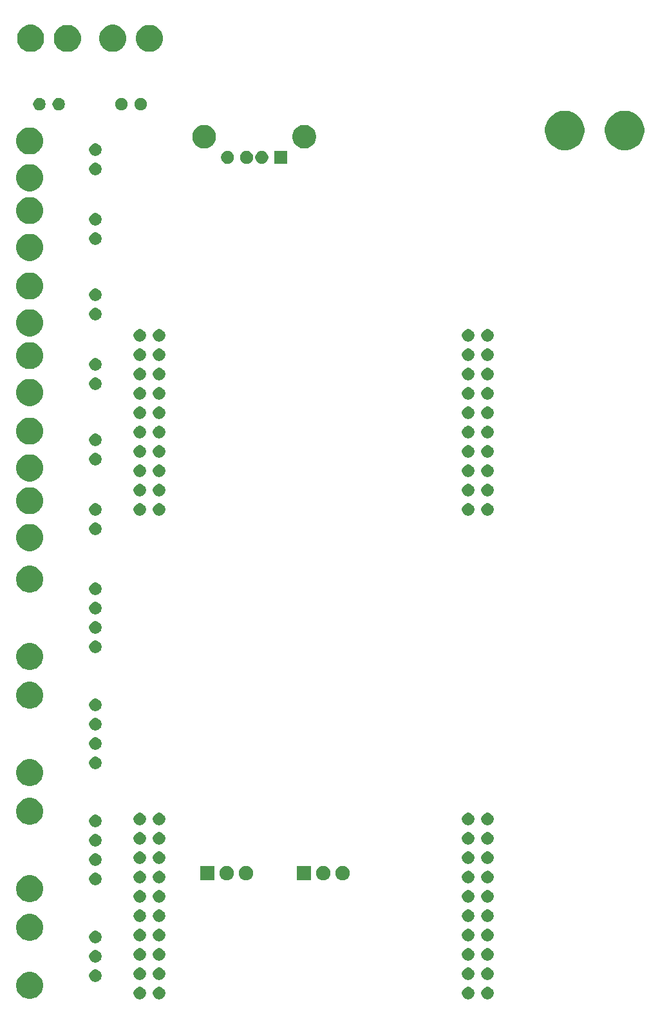
<source format=gbr>
%TF.GenerationSoftware,KiCad,Pcbnew,(5.1.6)-1*%
%TF.CreationDate,2021-12-02T00:23:03-06:00*%
%TF.ProjectId,SRA_Sensor_Board(connector_on_board),5352415f-5365-46e7-936f-725f426f6172,rev?*%
%TF.SameCoordinates,Original*%
%TF.FileFunction,Soldermask,Bot*%
%TF.FilePolarity,Negative*%
%FSLAX46Y46*%
G04 Gerber Fmt 4.6, Leading zero omitted, Abs format (unit mm)*
G04 Created by KiCad (PCBNEW (5.1.6)-1) date 2021-12-02 00:23:03*
%MOMM*%
%LPD*%
G01*
G04 APERTURE LIST*
%ADD10C,0.100000*%
G04 APERTURE END LIST*
D10*
G36*
X45448560Y-138666166D02*
G01*
X45596153Y-138727301D01*
X45728982Y-138816055D01*
X45841945Y-138929018D01*
X45930699Y-139061847D01*
X45991834Y-139209440D01*
X46023000Y-139366123D01*
X46023000Y-139525877D01*
X45991834Y-139682560D01*
X45930699Y-139830153D01*
X45841945Y-139962982D01*
X45728982Y-140075945D01*
X45596153Y-140164699D01*
X45596152Y-140164700D01*
X45596151Y-140164700D01*
X45448560Y-140225834D01*
X45291878Y-140257000D01*
X45132122Y-140257000D01*
X44975440Y-140225834D01*
X44827849Y-140164700D01*
X44827848Y-140164700D01*
X44827847Y-140164699D01*
X44695018Y-140075945D01*
X44582055Y-139962982D01*
X44493301Y-139830153D01*
X44432166Y-139682560D01*
X44401000Y-139525877D01*
X44401000Y-139366123D01*
X44432166Y-139209440D01*
X44493301Y-139061847D01*
X44582055Y-138929018D01*
X44695018Y-138816055D01*
X44827847Y-138727301D01*
X44975440Y-138666166D01*
X45132122Y-138635000D01*
X45291878Y-138635000D01*
X45448560Y-138666166D01*
G37*
G36*
X86088560Y-138666166D02*
G01*
X86236153Y-138727301D01*
X86368982Y-138816055D01*
X86481945Y-138929018D01*
X86570699Y-139061847D01*
X86631834Y-139209440D01*
X86663000Y-139366123D01*
X86663000Y-139525877D01*
X86631834Y-139682560D01*
X86570699Y-139830153D01*
X86481945Y-139962982D01*
X86368982Y-140075945D01*
X86236153Y-140164699D01*
X86236152Y-140164700D01*
X86236151Y-140164700D01*
X86088560Y-140225834D01*
X85931878Y-140257000D01*
X85772122Y-140257000D01*
X85615440Y-140225834D01*
X85467849Y-140164700D01*
X85467848Y-140164700D01*
X85467847Y-140164699D01*
X85335018Y-140075945D01*
X85222055Y-139962982D01*
X85133301Y-139830153D01*
X85072166Y-139682560D01*
X85041000Y-139525877D01*
X85041000Y-139366123D01*
X85072166Y-139209440D01*
X85133301Y-139061847D01*
X85222055Y-138929018D01*
X85335018Y-138816055D01*
X85467847Y-138727301D01*
X85615440Y-138666166D01*
X85772122Y-138635000D01*
X85931878Y-138635000D01*
X86088560Y-138666166D01*
G37*
G36*
X88628560Y-138666166D02*
G01*
X88776153Y-138727301D01*
X88908982Y-138816055D01*
X89021945Y-138929018D01*
X89110699Y-139061847D01*
X89171834Y-139209440D01*
X89203000Y-139366123D01*
X89203000Y-139525877D01*
X89171834Y-139682560D01*
X89110699Y-139830153D01*
X89021945Y-139962982D01*
X88908982Y-140075945D01*
X88776153Y-140164699D01*
X88776152Y-140164700D01*
X88776151Y-140164700D01*
X88628560Y-140225834D01*
X88471878Y-140257000D01*
X88312122Y-140257000D01*
X88155440Y-140225834D01*
X88007849Y-140164700D01*
X88007848Y-140164700D01*
X88007847Y-140164699D01*
X87875018Y-140075945D01*
X87762055Y-139962982D01*
X87673301Y-139830153D01*
X87612166Y-139682560D01*
X87581000Y-139525877D01*
X87581000Y-139366123D01*
X87612166Y-139209440D01*
X87673301Y-139061847D01*
X87762055Y-138929018D01*
X87875018Y-138816055D01*
X88007847Y-138727301D01*
X88155440Y-138666166D01*
X88312122Y-138635000D01*
X88471878Y-138635000D01*
X88628560Y-138666166D01*
G37*
G36*
X42908560Y-138666166D02*
G01*
X43056153Y-138727301D01*
X43188982Y-138816055D01*
X43301945Y-138929018D01*
X43390699Y-139061847D01*
X43451834Y-139209440D01*
X43483000Y-139366123D01*
X43483000Y-139525877D01*
X43451834Y-139682560D01*
X43390699Y-139830153D01*
X43301945Y-139962982D01*
X43188982Y-140075945D01*
X43056153Y-140164699D01*
X43056152Y-140164700D01*
X43056151Y-140164700D01*
X42908560Y-140225834D01*
X42751878Y-140257000D01*
X42592122Y-140257000D01*
X42435440Y-140225834D01*
X42287849Y-140164700D01*
X42287848Y-140164700D01*
X42287847Y-140164699D01*
X42155018Y-140075945D01*
X42042055Y-139962982D01*
X41953301Y-139830153D01*
X41892166Y-139682560D01*
X41861000Y-139525877D01*
X41861000Y-139366123D01*
X41892166Y-139209440D01*
X41953301Y-139061847D01*
X42042055Y-138929018D01*
X42155018Y-138816055D01*
X42287847Y-138727301D01*
X42435440Y-138666166D01*
X42592122Y-138635000D01*
X42751878Y-138635000D01*
X42908560Y-138666166D01*
G37*
G36*
X28712039Y-136722250D02*
G01*
X28901372Y-136800675D01*
X29035251Y-136856129D01*
X29326134Y-137050491D01*
X29573509Y-137297866D01*
X29767871Y-137588749D01*
X29767871Y-137588750D01*
X29901750Y-137911961D01*
X29970000Y-138255078D01*
X29970000Y-138604922D01*
X29901750Y-138948039D01*
X29854609Y-139061847D01*
X29767871Y-139271251D01*
X29573509Y-139562134D01*
X29326134Y-139809509D01*
X29035251Y-140003871D01*
X28901372Y-140059325D01*
X28712039Y-140137750D01*
X28368922Y-140206000D01*
X28019078Y-140206000D01*
X27675961Y-140137750D01*
X27486628Y-140059325D01*
X27352749Y-140003871D01*
X27061866Y-139809509D01*
X26814491Y-139562134D01*
X26620129Y-139271251D01*
X26533391Y-139061847D01*
X26486250Y-138948039D01*
X26418000Y-138604922D01*
X26418000Y-138255078D01*
X26486250Y-137911961D01*
X26620129Y-137588750D01*
X26620129Y-137588749D01*
X26814491Y-137297866D01*
X27061866Y-137050491D01*
X27352749Y-136856129D01*
X27486628Y-136800675D01*
X27675961Y-136722250D01*
X28019078Y-136654000D01*
X28368922Y-136654000D01*
X28712039Y-136722250D01*
G37*
G36*
X37067142Y-136378242D02*
G01*
X37215101Y-136439529D01*
X37348255Y-136528499D01*
X37461501Y-136641745D01*
X37550471Y-136774899D01*
X37611758Y-136922858D01*
X37643000Y-137079925D01*
X37643000Y-137240075D01*
X37611758Y-137397142D01*
X37550471Y-137545101D01*
X37461501Y-137678255D01*
X37348255Y-137791501D01*
X37215101Y-137880471D01*
X37067142Y-137941758D01*
X36910075Y-137973000D01*
X36749925Y-137973000D01*
X36592858Y-137941758D01*
X36444899Y-137880471D01*
X36311745Y-137791501D01*
X36198499Y-137678255D01*
X36109529Y-137545101D01*
X36048242Y-137397142D01*
X36017000Y-137240075D01*
X36017000Y-137079925D01*
X36048242Y-136922858D01*
X36109529Y-136774899D01*
X36198499Y-136641745D01*
X36311745Y-136528499D01*
X36444899Y-136439529D01*
X36592858Y-136378242D01*
X36749925Y-136347000D01*
X36910075Y-136347000D01*
X37067142Y-136378242D01*
G37*
G36*
X88628560Y-136126166D02*
G01*
X88776153Y-136187301D01*
X88908982Y-136276055D01*
X89021945Y-136389018D01*
X89055696Y-136439529D01*
X89110700Y-136521849D01*
X89171834Y-136669440D01*
X89203000Y-136826122D01*
X89203000Y-136985878D01*
X89171834Y-137142560D01*
X89131443Y-137240074D01*
X89110699Y-137290153D01*
X89021945Y-137422982D01*
X88908982Y-137535945D01*
X88776153Y-137624699D01*
X88776152Y-137624700D01*
X88776151Y-137624700D01*
X88628560Y-137685834D01*
X88471878Y-137717000D01*
X88312122Y-137717000D01*
X88155440Y-137685834D01*
X88007849Y-137624700D01*
X88007848Y-137624700D01*
X88007847Y-137624699D01*
X87875018Y-137535945D01*
X87762055Y-137422982D01*
X87673301Y-137290153D01*
X87652558Y-137240074D01*
X87612166Y-137142560D01*
X87581000Y-136985878D01*
X87581000Y-136826122D01*
X87612166Y-136669440D01*
X87673300Y-136521849D01*
X87728305Y-136439529D01*
X87762055Y-136389018D01*
X87875018Y-136276055D01*
X88007847Y-136187301D01*
X88155440Y-136126166D01*
X88312122Y-136095000D01*
X88471878Y-136095000D01*
X88628560Y-136126166D01*
G37*
G36*
X42908560Y-136126166D02*
G01*
X43056153Y-136187301D01*
X43188982Y-136276055D01*
X43301945Y-136389018D01*
X43335696Y-136439529D01*
X43390700Y-136521849D01*
X43451834Y-136669440D01*
X43483000Y-136826122D01*
X43483000Y-136985878D01*
X43451834Y-137142560D01*
X43411443Y-137240074D01*
X43390699Y-137290153D01*
X43301945Y-137422982D01*
X43188982Y-137535945D01*
X43056153Y-137624699D01*
X43056152Y-137624700D01*
X43056151Y-137624700D01*
X42908560Y-137685834D01*
X42751878Y-137717000D01*
X42592122Y-137717000D01*
X42435440Y-137685834D01*
X42287849Y-137624700D01*
X42287848Y-137624700D01*
X42287847Y-137624699D01*
X42155018Y-137535945D01*
X42042055Y-137422982D01*
X41953301Y-137290153D01*
X41932558Y-137240074D01*
X41892166Y-137142560D01*
X41861000Y-136985878D01*
X41861000Y-136826122D01*
X41892166Y-136669440D01*
X41953300Y-136521849D01*
X42008305Y-136439529D01*
X42042055Y-136389018D01*
X42155018Y-136276055D01*
X42287847Y-136187301D01*
X42435440Y-136126166D01*
X42592122Y-136095000D01*
X42751878Y-136095000D01*
X42908560Y-136126166D01*
G37*
G36*
X45448560Y-136126166D02*
G01*
X45596153Y-136187301D01*
X45728982Y-136276055D01*
X45841945Y-136389018D01*
X45875696Y-136439529D01*
X45930700Y-136521849D01*
X45991834Y-136669440D01*
X46023000Y-136826122D01*
X46023000Y-136985878D01*
X45991834Y-137142560D01*
X45951443Y-137240074D01*
X45930699Y-137290153D01*
X45841945Y-137422982D01*
X45728982Y-137535945D01*
X45596153Y-137624699D01*
X45596152Y-137624700D01*
X45596151Y-137624700D01*
X45448560Y-137685834D01*
X45291878Y-137717000D01*
X45132122Y-137717000D01*
X44975440Y-137685834D01*
X44827849Y-137624700D01*
X44827848Y-137624700D01*
X44827847Y-137624699D01*
X44695018Y-137535945D01*
X44582055Y-137422982D01*
X44493301Y-137290153D01*
X44472558Y-137240074D01*
X44432166Y-137142560D01*
X44401000Y-136985878D01*
X44401000Y-136826122D01*
X44432166Y-136669440D01*
X44493300Y-136521849D01*
X44548305Y-136439529D01*
X44582055Y-136389018D01*
X44695018Y-136276055D01*
X44827847Y-136187301D01*
X44975440Y-136126166D01*
X45132122Y-136095000D01*
X45291878Y-136095000D01*
X45448560Y-136126166D01*
G37*
G36*
X86088560Y-136126166D02*
G01*
X86236153Y-136187301D01*
X86368982Y-136276055D01*
X86481945Y-136389018D01*
X86515696Y-136439529D01*
X86570700Y-136521849D01*
X86631834Y-136669440D01*
X86663000Y-136826122D01*
X86663000Y-136985878D01*
X86631834Y-137142560D01*
X86591443Y-137240074D01*
X86570699Y-137290153D01*
X86481945Y-137422982D01*
X86368982Y-137535945D01*
X86236153Y-137624699D01*
X86236152Y-137624700D01*
X86236151Y-137624700D01*
X86088560Y-137685834D01*
X85931878Y-137717000D01*
X85772122Y-137717000D01*
X85615440Y-137685834D01*
X85467849Y-137624700D01*
X85467848Y-137624700D01*
X85467847Y-137624699D01*
X85335018Y-137535945D01*
X85222055Y-137422982D01*
X85133301Y-137290153D01*
X85112558Y-137240074D01*
X85072166Y-137142560D01*
X85041000Y-136985878D01*
X85041000Y-136826122D01*
X85072166Y-136669440D01*
X85133300Y-136521849D01*
X85188305Y-136439529D01*
X85222055Y-136389018D01*
X85335018Y-136276055D01*
X85467847Y-136187301D01*
X85615440Y-136126166D01*
X85772122Y-136095000D01*
X85931878Y-136095000D01*
X86088560Y-136126166D01*
G37*
G36*
X37067142Y-133838242D02*
G01*
X37215101Y-133899529D01*
X37348255Y-133988499D01*
X37461501Y-134101745D01*
X37550471Y-134234899D01*
X37611758Y-134382858D01*
X37643000Y-134539925D01*
X37643000Y-134700075D01*
X37611758Y-134857142D01*
X37550471Y-135005101D01*
X37461501Y-135138255D01*
X37348255Y-135251501D01*
X37215101Y-135340471D01*
X37067142Y-135401758D01*
X36910075Y-135433000D01*
X36749925Y-135433000D01*
X36592858Y-135401758D01*
X36444899Y-135340471D01*
X36311745Y-135251501D01*
X36198499Y-135138255D01*
X36109529Y-135005101D01*
X36048242Y-134857142D01*
X36017000Y-134700075D01*
X36017000Y-134539925D01*
X36048242Y-134382858D01*
X36109529Y-134234899D01*
X36198499Y-134101745D01*
X36311745Y-133988499D01*
X36444899Y-133899529D01*
X36592858Y-133838242D01*
X36749925Y-133807000D01*
X36910075Y-133807000D01*
X37067142Y-133838242D01*
G37*
G36*
X42908560Y-133586166D02*
G01*
X43056153Y-133647301D01*
X43188982Y-133736055D01*
X43301945Y-133849018D01*
X43335696Y-133899529D01*
X43390700Y-133981849D01*
X43451834Y-134129440D01*
X43483000Y-134286122D01*
X43483000Y-134445878D01*
X43451834Y-134602560D01*
X43411443Y-134700074D01*
X43390699Y-134750153D01*
X43301945Y-134882982D01*
X43188982Y-134995945D01*
X43056153Y-135084699D01*
X43056152Y-135084700D01*
X43056151Y-135084700D01*
X42908560Y-135145834D01*
X42751878Y-135177000D01*
X42592122Y-135177000D01*
X42435440Y-135145834D01*
X42287849Y-135084700D01*
X42287848Y-135084700D01*
X42287847Y-135084699D01*
X42155018Y-134995945D01*
X42042055Y-134882982D01*
X41953301Y-134750153D01*
X41932558Y-134700074D01*
X41892166Y-134602560D01*
X41861000Y-134445878D01*
X41861000Y-134286122D01*
X41892166Y-134129440D01*
X41953300Y-133981849D01*
X42008305Y-133899529D01*
X42042055Y-133849018D01*
X42155018Y-133736055D01*
X42287847Y-133647301D01*
X42435440Y-133586166D01*
X42592122Y-133555000D01*
X42751878Y-133555000D01*
X42908560Y-133586166D01*
G37*
G36*
X88628560Y-133586166D02*
G01*
X88776153Y-133647301D01*
X88908982Y-133736055D01*
X89021945Y-133849018D01*
X89055696Y-133899529D01*
X89110700Y-133981849D01*
X89171834Y-134129440D01*
X89203000Y-134286122D01*
X89203000Y-134445878D01*
X89171834Y-134602560D01*
X89131443Y-134700074D01*
X89110699Y-134750153D01*
X89021945Y-134882982D01*
X88908982Y-134995945D01*
X88776153Y-135084699D01*
X88776152Y-135084700D01*
X88776151Y-135084700D01*
X88628560Y-135145834D01*
X88471878Y-135177000D01*
X88312122Y-135177000D01*
X88155440Y-135145834D01*
X88007849Y-135084700D01*
X88007848Y-135084700D01*
X88007847Y-135084699D01*
X87875018Y-134995945D01*
X87762055Y-134882982D01*
X87673301Y-134750153D01*
X87652558Y-134700074D01*
X87612166Y-134602560D01*
X87581000Y-134445878D01*
X87581000Y-134286122D01*
X87612166Y-134129440D01*
X87673300Y-133981849D01*
X87728305Y-133899529D01*
X87762055Y-133849018D01*
X87875018Y-133736055D01*
X88007847Y-133647301D01*
X88155440Y-133586166D01*
X88312122Y-133555000D01*
X88471878Y-133555000D01*
X88628560Y-133586166D01*
G37*
G36*
X86088560Y-133586166D02*
G01*
X86236153Y-133647301D01*
X86368982Y-133736055D01*
X86481945Y-133849018D01*
X86515696Y-133899529D01*
X86570700Y-133981849D01*
X86631834Y-134129440D01*
X86663000Y-134286122D01*
X86663000Y-134445878D01*
X86631834Y-134602560D01*
X86591443Y-134700074D01*
X86570699Y-134750153D01*
X86481945Y-134882982D01*
X86368982Y-134995945D01*
X86236153Y-135084699D01*
X86236152Y-135084700D01*
X86236151Y-135084700D01*
X86088560Y-135145834D01*
X85931878Y-135177000D01*
X85772122Y-135177000D01*
X85615440Y-135145834D01*
X85467849Y-135084700D01*
X85467848Y-135084700D01*
X85467847Y-135084699D01*
X85335018Y-134995945D01*
X85222055Y-134882982D01*
X85133301Y-134750153D01*
X85112558Y-134700074D01*
X85072166Y-134602560D01*
X85041000Y-134445878D01*
X85041000Y-134286122D01*
X85072166Y-134129440D01*
X85133300Y-133981849D01*
X85188305Y-133899529D01*
X85222055Y-133849018D01*
X85335018Y-133736055D01*
X85467847Y-133647301D01*
X85615440Y-133586166D01*
X85772122Y-133555000D01*
X85931878Y-133555000D01*
X86088560Y-133586166D01*
G37*
G36*
X45448560Y-133586166D02*
G01*
X45596153Y-133647301D01*
X45728982Y-133736055D01*
X45841945Y-133849018D01*
X45875696Y-133899529D01*
X45930700Y-133981849D01*
X45991834Y-134129440D01*
X46023000Y-134286122D01*
X46023000Y-134445878D01*
X45991834Y-134602560D01*
X45951443Y-134700074D01*
X45930699Y-134750153D01*
X45841945Y-134882982D01*
X45728982Y-134995945D01*
X45596153Y-135084699D01*
X45596152Y-135084700D01*
X45596151Y-135084700D01*
X45448560Y-135145834D01*
X45291878Y-135177000D01*
X45132122Y-135177000D01*
X44975440Y-135145834D01*
X44827849Y-135084700D01*
X44827848Y-135084700D01*
X44827847Y-135084699D01*
X44695018Y-134995945D01*
X44582055Y-134882982D01*
X44493301Y-134750153D01*
X44472558Y-134700074D01*
X44432166Y-134602560D01*
X44401000Y-134445878D01*
X44401000Y-134286122D01*
X44432166Y-134129440D01*
X44493300Y-133981849D01*
X44548305Y-133899529D01*
X44582055Y-133849018D01*
X44695018Y-133736055D01*
X44827847Y-133647301D01*
X44975440Y-133586166D01*
X45132122Y-133555000D01*
X45291878Y-133555000D01*
X45448560Y-133586166D01*
G37*
G36*
X37067142Y-131298242D02*
G01*
X37215101Y-131359529D01*
X37348255Y-131448499D01*
X37461501Y-131561745D01*
X37550471Y-131694899D01*
X37611758Y-131842858D01*
X37643000Y-131999925D01*
X37643000Y-132160075D01*
X37611758Y-132317142D01*
X37550471Y-132465101D01*
X37461501Y-132598255D01*
X37348255Y-132711501D01*
X37215101Y-132800471D01*
X37067142Y-132861758D01*
X36910075Y-132893000D01*
X36749925Y-132893000D01*
X36592858Y-132861758D01*
X36444899Y-132800471D01*
X36311745Y-132711501D01*
X36198499Y-132598255D01*
X36109529Y-132465101D01*
X36048242Y-132317142D01*
X36017000Y-132160075D01*
X36017000Y-131999925D01*
X36048242Y-131842858D01*
X36109529Y-131694899D01*
X36198499Y-131561745D01*
X36311745Y-131448499D01*
X36444899Y-131359529D01*
X36592858Y-131298242D01*
X36749925Y-131267000D01*
X36910075Y-131267000D01*
X37067142Y-131298242D01*
G37*
G36*
X45448560Y-131046166D02*
G01*
X45596153Y-131107301D01*
X45728982Y-131196055D01*
X45841945Y-131309018D01*
X45875696Y-131359529D01*
X45930700Y-131441849D01*
X45991834Y-131589440D01*
X46023000Y-131746122D01*
X46023000Y-131905878D01*
X45991834Y-132062560D01*
X45951443Y-132160074D01*
X45930699Y-132210153D01*
X45841945Y-132342982D01*
X45728982Y-132455945D01*
X45596153Y-132544699D01*
X45596152Y-132544700D01*
X45596151Y-132544700D01*
X45448560Y-132605834D01*
X45291878Y-132637000D01*
X45132122Y-132637000D01*
X44975440Y-132605834D01*
X44827849Y-132544700D01*
X44827848Y-132544700D01*
X44827847Y-132544699D01*
X44695018Y-132455945D01*
X44582055Y-132342982D01*
X44493301Y-132210153D01*
X44472558Y-132160074D01*
X44432166Y-132062560D01*
X44401000Y-131905878D01*
X44401000Y-131746122D01*
X44432166Y-131589440D01*
X44493300Y-131441849D01*
X44548305Y-131359529D01*
X44582055Y-131309018D01*
X44695018Y-131196055D01*
X44827847Y-131107301D01*
X44975440Y-131046166D01*
X45132122Y-131015000D01*
X45291878Y-131015000D01*
X45448560Y-131046166D01*
G37*
G36*
X42908560Y-131046166D02*
G01*
X43056153Y-131107301D01*
X43188982Y-131196055D01*
X43301945Y-131309018D01*
X43335696Y-131359529D01*
X43390700Y-131441849D01*
X43451834Y-131589440D01*
X43483000Y-131746122D01*
X43483000Y-131905878D01*
X43451834Y-132062560D01*
X43411443Y-132160074D01*
X43390699Y-132210153D01*
X43301945Y-132342982D01*
X43188982Y-132455945D01*
X43056153Y-132544699D01*
X43056152Y-132544700D01*
X43056151Y-132544700D01*
X42908560Y-132605834D01*
X42751878Y-132637000D01*
X42592122Y-132637000D01*
X42435440Y-132605834D01*
X42287849Y-132544700D01*
X42287848Y-132544700D01*
X42287847Y-132544699D01*
X42155018Y-132455945D01*
X42042055Y-132342982D01*
X41953301Y-132210153D01*
X41932558Y-132160074D01*
X41892166Y-132062560D01*
X41861000Y-131905878D01*
X41861000Y-131746122D01*
X41892166Y-131589440D01*
X41953300Y-131441849D01*
X42008305Y-131359529D01*
X42042055Y-131309018D01*
X42155018Y-131196055D01*
X42287847Y-131107301D01*
X42435440Y-131046166D01*
X42592122Y-131015000D01*
X42751878Y-131015000D01*
X42908560Y-131046166D01*
G37*
G36*
X86088560Y-131046166D02*
G01*
X86236153Y-131107301D01*
X86368982Y-131196055D01*
X86481945Y-131309018D01*
X86515696Y-131359529D01*
X86570700Y-131441849D01*
X86631834Y-131589440D01*
X86663000Y-131746122D01*
X86663000Y-131905878D01*
X86631834Y-132062560D01*
X86591443Y-132160074D01*
X86570699Y-132210153D01*
X86481945Y-132342982D01*
X86368982Y-132455945D01*
X86236153Y-132544699D01*
X86236152Y-132544700D01*
X86236151Y-132544700D01*
X86088560Y-132605834D01*
X85931878Y-132637000D01*
X85772122Y-132637000D01*
X85615440Y-132605834D01*
X85467849Y-132544700D01*
X85467848Y-132544700D01*
X85467847Y-132544699D01*
X85335018Y-132455945D01*
X85222055Y-132342982D01*
X85133301Y-132210153D01*
X85112558Y-132160074D01*
X85072166Y-132062560D01*
X85041000Y-131905878D01*
X85041000Y-131746122D01*
X85072166Y-131589440D01*
X85133300Y-131441849D01*
X85188305Y-131359529D01*
X85222055Y-131309018D01*
X85335018Y-131196055D01*
X85467847Y-131107301D01*
X85615440Y-131046166D01*
X85772122Y-131015000D01*
X85931878Y-131015000D01*
X86088560Y-131046166D01*
G37*
G36*
X88628560Y-131046166D02*
G01*
X88776153Y-131107301D01*
X88908982Y-131196055D01*
X89021945Y-131309018D01*
X89055696Y-131359529D01*
X89110700Y-131441849D01*
X89171834Y-131589440D01*
X89203000Y-131746122D01*
X89203000Y-131905878D01*
X89171834Y-132062560D01*
X89131443Y-132160074D01*
X89110699Y-132210153D01*
X89021945Y-132342982D01*
X88908982Y-132455945D01*
X88776153Y-132544699D01*
X88776152Y-132544700D01*
X88776151Y-132544700D01*
X88628560Y-132605834D01*
X88471878Y-132637000D01*
X88312122Y-132637000D01*
X88155440Y-132605834D01*
X88007849Y-132544700D01*
X88007848Y-132544700D01*
X88007847Y-132544699D01*
X87875018Y-132455945D01*
X87762055Y-132342982D01*
X87673301Y-132210153D01*
X87652558Y-132160074D01*
X87612166Y-132062560D01*
X87581000Y-131905878D01*
X87581000Y-131746122D01*
X87612166Y-131589440D01*
X87673300Y-131441849D01*
X87728305Y-131359529D01*
X87762055Y-131309018D01*
X87875018Y-131196055D01*
X88007847Y-131107301D01*
X88155440Y-131046166D01*
X88312122Y-131015000D01*
X88471878Y-131015000D01*
X88628560Y-131046166D01*
G37*
G36*
X28712039Y-129102250D02*
G01*
X28901372Y-129180675D01*
X29035251Y-129236129D01*
X29326134Y-129430491D01*
X29573509Y-129677866D01*
X29767871Y-129968749D01*
X29767871Y-129968750D01*
X29901750Y-130291961D01*
X29970000Y-130635078D01*
X29970000Y-130984922D01*
X29901750Y-131328039D01*
X29851853Y-131448501D01*
X29767871Y-131651251D01*
X29573509Y-131942134D01*
X29326134Y-132189509D01*
X29035251Y-132383871D01*
X28901372Y-132439325D01*
X28712039Y-132517750D01*
X28368922Y-132586000D01*
X28019078Y-132586000D01*
X27675961Y-132517750D01*
X27486628Y-132439325D01*
X27352749Y-132383871D01*
X27061866Y-132189509D01*
X26814491Y-131942134D01*
X26620129Y-131651251D01*
X26536147Y-131448501D01*
X26486250Y-131328039D01*
X26418000Y-130984922D01*
X26418000Y-130635078D01*
X26486250Y-130291961D01*
X26620129Y-129968750D01*
X26620129Y-129968749D01*
X26814491Y-129677866D01*
X27061866Y-129430491D01*
X27352749Y-129236129D01*
X27486628Y-129180675D01*
X27675961Y-129102250D01*
X28019078Y-129034000D01*
X28368922Y-129034000D01*
X28712039Y-129102250D01*
G37*
G36*
X86088560Y-128506166D02*
G01*
X86236153Y-128567301D01*
X86368982Y-128656055D01*
X86481945Y-128769018D01*
X86570700Y-128901849D01*
X86631834Y-129049440D01*
X86642339Y-129102250D01*
X86663000Y-129206123D01*
X86663000Y-129365877D01*
X86631834Y-129522560D01*
X86570699Y-129670153D01*
X86481945Y-129802982D01*
X86368982Y-129915945D01*
X86236153Y-130004699D01*
X86236152Y-130004700D01*
X86236151Y-130004700D01*
X86088560Y-130065834D01*
X85931878Y-130097000D01*
X85772122Y-130097000D01*
X85615440Y-130065834D01*
X85467849Y-130004700D01*
X85467848Y-130004700D01*
X85467847Y-130004699D01*
X85335018Y-129915945D01*
X85222055Y-129802982D01*
X85133301Y-129670153D01*
X85072166Y-129522560D01*
X85041000Y-129365877D01*
X85041000Y-129206123D01*
X85061662Y-129102250D01*
X85072166Y-129049440D01*
X85133300Y-128901849D01*
X85222055Y-128769018D01*
X85335018Y-128656055D01*
X85467847Y-128567301D01*
X85615440Y-128506166D01*
X85772122Y-128475000D01*
X85931878Y-128475000D01*
X86088560Y-128506166D01*
G37*
G36*
X45448560Y-128506166D02*
G01*
X45596153Y-128567301D01*
X45728982Y-128656055D01*
X45841945Y-128769018D01*
X45930700Y-128901849D01*
X45991834Y-129049440D01*
X46002339Y-129102250D01*
X46023000Y-129206123D01*
X46023000Y-129365877D01*
X45991834Y-129522560D01*
X45930699Y-129670153D01*
X45841945Y-129802982D01*
X45728982Y-129915945D01*
X45596153Y-130004699D01*
X45596152Y-130004700D01*
X45596151Y-130004700D01*
X45448560Y-130065834D01*
X45291878Y-130097000D01*
X45132122Y-130097000D01*
X44975440Y-130065834D01*
X44827849Y-130004700D01*
X44827848Y-130004700D01*
X44827847Y-130004699D01*
X44695018Y-129915945D01*
X44582055Y-129802982D01*
X44493301Y-129670153D01*
X44432166Y-129522560D01*
X44401000Y-129365877D01*
X44401000Y-129206123D01*
X44421662Y-129102250D01*
X44432166Y-129049440D01*
X44493300Y-128901849D01*
X44582055Y-128769018D01*
X44695018Y-128656055D01*
X44827847Y-128567301D01*
X44975440Y-128506166D01*
X45132122Y-128475000D01*
X45291878Y-128475000D01*
X45448560Y-128506166D01*
G37*
G36*
X88628560Y-128506166D02*
G01*
X88776153Y-128567301D01*
X88908982Y-128656055D01*
X89021945Y-128769018D01*
X89110700Y-128901849D01*
X89171834Y-129049440D01*
X89182339Y-129102250D01*
X89203000Y-129206123D01*
X89203000Y-129365877D01*
X89171834Y-129522560D01*
X89110699Y-129670153D01*
X89021945Y-129802982D01*
X88908982Y-129915945D01*
X88776153Y-130004699D01*
X88776152Y-130004700D01*
X88776151Y-130004700D01*
X88628560Y-130065834D01*
X88471878Y-130097000D01*
X88312122Y-130097000D01*
X88155440Y-130065834D01*
X88007849Y-130004700D01*
X88007848Y-130004700D01*
X88007847Y-130004699D01*
X87875018Y-129915945D01*
X87762055Y-129802982D01*
X87673301Y-129670153D01*
X87612166Y-129522560D01*
X87581000Y-129365877D01*
X87581000Y-129206123D01*
X87601662Y-129102250D01*
X87612166Y-129049440D01*
X87673300Y-128901849D01*
X87762055Y-128769018D01*
X87875018Y-128656055D01*
X88007847Y-128567301D01*
X88155440Y-128506166D01*
X88312122Y-128475000D01*
X88471878Y-128475000D01*
X88628560Y-128506166D01*
G37*
G36*
X42908560Y-128506166D02*
G01*
X43056153Y-128567301D01*
X43188982Y-128656055D01*
X43301945Y-128769018D01*
X43390700Y-128901849D01*
X43451834Y-129049440D01*
X43462339Y-129102250D01*
X43483000Y-129206123D01*
X43483000Y-129365877D01*
X43451834Y-129522560D01*
X43390699Y-129670153D01*
X43301945Y-129802982D01*
X43188982Y-129915945D01*
X43056153Y-130004699D01*
X43056152Y-130004700D01*
X43056151Y-130004700D01*
X42908560Y-130065834D01*
X42751878Y-130097000D01*
X42592122Y-130097000D01*
X42435440Y-130065834D01*
X42287849Y-130004700D01*
X42287848Y-130004700D01*
X42287847Y-130004699D01*
X42155018Y-129915945D01*
X42042055Y-129802982D01*
X41953301Y-129670153D01*
X41892166Y-129522560D01*
X41861000Y-129365877D01*
X41861000Y-129206123D01*
X41881662Y-129102250D01*
X41892166Y-129049440D01*
X41953300Y-128901849D01*
X42042055Y-128769018D01*
X42155018Y-128656055D01*
X42287847Y-128567301D01*
X42435440Y-128506166D01*
X42592122Y-128475000D01*
X42751878Y-128475000D01*
X42908560Y-128506166D01*
G37*
G36*
X86088560Y-125966166D02*
G01*
X86236153Y-126027301D01*
X86368982Y-126116055D01*
X86481945Y-126229018D01*
X86570699Y-126361847D01*
X86631834Y-126509440D01*
X86663000Y-126666123D01*
X86663000Y-126825877D01*
X86631834Y-126982560D01*
X86570699Y-127130153D01*
X86481945Y-127262982D01*
X86368982Y-127375945D01*
X86236153Y-127464699D01*
X86236152Y-127464700D01*
X86236151Y-127464700D01*
X86088560Y-127525834D01*
X85931878Y-127557000D01*
X85772122Y-127557000D01*
X85615440Y-127525834D01*
X85467849Y-127464700D01*
X85467848Y-127464700D01*
X85467847Y-127464699D01*
X85335018Y-127375945D01*
X85222055Y-127262982D01*
X85133301Y-127130153D01*
X85072166Y-126982560D01*
X85041000Y-126825877D01*
X85041000Y-126666123D01*
X85072166Y-126509440D01*
X85133301Y-126361847D01*
X85222055Y-126229018D01*
X85335018Y-126116055D01*
X85467847Y-126027301D01*
X85615440Y-125966166D01*
X85772122Y-125935000D01*
X85931878Y-125935000D01*
X86088560Y-125966166D01*
G37*
G36*
X88628560Y-125966166D02*
G01*
X88776153Y-126027301D01*
X88908982Y-126116055D01*
X89021945Y-126229018D01*
X89110699Y-126361847D01*
X89171834Y-126509440D01*
X89203000Y-126666123D01*
X89203000Y-126825877D01*
X89171834Y-126982560D01*
X89110699Y-127130153D01*
X89021945Y-127262982D01*
X88908982Y-127375945D01*
X88776153Y-127464699D01*
X88776152Y-127464700D01*
X88776151Y-127464700D01*
X88628560Y-127525834D01*
X88471878Y-127557000D01*
X88312122Y-127557000D01*
X88155440Y-127525834D01*
X88007849Y-127464700D01*
X88007848Y-127464700D01*
X88007847Y-127464699D01*
X87875018Y-127375945D01*
X87762055Y-127262982D01*
X87673301Y-127130153D01*
X87612166Y-126982560D01*
X87581000Y-126825877D01*
X87581000Y-126666123D01*
X87612166Y-126509440D01*
X87673301Y-126361847D01*
X87762055Y-126229018D01*
X87875018Y-126116055D01*
X88007847Y-126027301D01*
X88155440Y-125966166D01*
X88312122Y-125935000D01*
X88471878Y-125935000D01*
X88628560Y-125966166D01*
G37*
G36*
X45448560Y-125966166D02*
G01*
X45596153Y-126027301D01*
X45728982Y-126116055D01*
X45841945Y-126229018D01*
X45930699Y-126361847D01*
X45991834Y-126509440D01*
X46023000Y-126666123D01*
X46023000Y-126825877D01*
X45991834Y-126982560D01*
X45930699Y-127130153D01*
X45841945Y-127262982D01*
X45728982Y-127375945D01*
X45596153Y-127464699D01*
X45596152Y-127464700D01*
X45596151Y-127464700D01*
X45448560Y-127525834D01*
X45291878Y-127557000D01*
X45132122Y-127557000D01*
X44975440Y-127525834D01*
X44827849Y-127464700D01*
X44827848Y-127464700D01*
X44827847Y-127464699D01*
X44695018Y-127375945D01*
X44582055Y-127262982D01*
X44493301Y-127130153D01*
X44432166Y-126982560D01*
X44401000Y-126825877D01*
X44401000Y-126666123D01*
X44432166Y-126509440D01*
X44493301Y-126361847D01*
X44582055Y-126229018D01*
X44695018Y-126116055D01*
X44827847Y-126027301D01*
X44975440Y-125966166D01*
X45132122Y-125935000D01*
X45291878Y-125935000D01*
X45448560Y-125966166D01*
G37*
G36*
X42908560Y-125966166D02*
G01*
X43056153Y-126027301D01*
X43188982Y-126116055D01*
X43301945Y-126229018D01*
X43390699Y-126361847D01*
X43451834Y-126509440D01*
X43483000Y-126666123D01*
X43483000Y-126825877D01*
X43451834Y-126982560D01*
X43390699Y-127130153D01*
X43301945Y-127262982D01*
X43188982Y-127375945D01*
X43056153Y-127464699D01*
X43056152Y-127464700D01*
X43056151Y-127464700D01*
X42908560Y-127525834D01*
X42751878Y-127557000D01*
X42592122Y-127557000D01*
X42435440Y-127525834D01*
X42287849Y-127464700D01*
X42287848Y-127464700D01*
X42287847Y-127464699D01*
X42155018Y-127375945D01*
X42042055Y-127262982D01*
X41953301Y-127130153D01*
X41892166Y-126982560D01*
X41861000Y-126825877D01*
X41861000Y-126666123D01*
X41892166Y-126509440D01*
X41953301Y-126361847D01*
X42042055Y-126229018D01*
X42155018Y-126116055D01*
X42287847Y-126027301D01*
X42435440Y-125966166D01*
X42592122Y-125935000D01*
X42751878Y-125935000D01*
X42908560Y-125966166D01*
G37*
G36*
X28712039Y-124022250D02*
G01*
X28901372Y-124100675D01*
X29035251Y-124156129D01*
X29326134Y-124350491D01*
X29573509Y-124597866D01*
X29767871Y-124888749D01*
X29767871Y-124888750D01*
X29901750Y-125211961D01*
X29970000Y-125555078D01*
X29970000Y-125904922D01*
X29901750Y-126248039D01*
X29854609Y-126361847D01*
X29767871Y-126571251D01*
X29573509Y-126862134D01*
X29326134Y-127109509D01*
X29035251Y-127303871D01*
X28901372Y-127359325D01*
X28712039Y-127437750D01*
X28368922Y-127506000D01*
X28019078Y-127506000D01*
X27675961Y-127437750D01*
X27486628Y-127359325D01*
X27352749Y-127303871D01*
X27061866Y-127109509D01*
X26814491Y-126862134D01*
X26620129Y-126571251D01*
X26533391Y-126361847D01*
X26486250Y-126248039D01*
X26418000Y-125904922D01*
X26418000Y-125555078D01*
X26486250Y-125211961D01*
X26620129Y-124888750D01*
X26620129Y-124888749D01*
X26814491Y-124597866D01*
X27061866Y-124350491D01*
X27352749Y-124156129D01*
X27486628Y-124100675D01*
X27675961Y-124022250D01*
X28019078Y-123954000D01*
X28368922Y-123954000D01*
X28712039Y-124022250D01*
G37*
G36*
X37067142Y-123678242D02*
G01*
X37215101Y-123739529D01*
X37348255Y-123828499D01*
X37461501Y-123941745D01*
X37550471Y-124074899D01*
X37611758Y-124222858D01*
X37643000Y-124379925D01*
X37643000Y-124540075D01*
X37611758Y-124697142D01*
X37550471Y-124845101D01*
X37461501Y-124978255D01*
X37348255Y-125091501D01*
X37215101Y-125180471D01*
X37067142Y-125241758D01*
X36910075Y-125273000D01*
X36749925Y-125273000D01*
X36592858Y-125241758D01*
X36444899Y-125180471D01*
X36311745Y-125091501D01*
X36198499Y-124978255D01*
X36109529Y-124845101D01*
X36048242Y-124697142D01*
X36017000Y-124540075D01*
X36017000Y-124379925D01*
X36048242Y-124222858D01*
X36109529Y-124074899D01*
X36198499Y-123941745D01*
X36311745Y-123828499D01*
X36444899Y-123739529D01*
X36592858Y-123678242D01*
X36749925Y-123647000D01*
X36910075Y-123647000D01*
X37067142Y-123678242D01*
G37*
G36*
X45420598Y-123420604D02*
G01*
X45448560Y-123426166D01*
X45596153Y-123487301D01*
X45728982Y-123576055D01*
X45841945Y-123689018D01*
X45875696Y-123739529D01*
X45930700Y-123821849D01*
X45991834Y-123969440D01*
X46023000Y-124126122D01*
X46023000Y-124285878D01*
X45991834Y-124442560D01*
X45951443Y-124540074D01*
X45930699Y-124590153D01*
X45841945Y-124722982D01*
X45728982Y-124835945D01*
X45596153Y-124924699D01*
X45596152Y-124924700D01*
X45596151Y-124924700D01*
X45448560Y-124985834D01*
X45291878Y-125017000D01*
X45132122Y-125017000D01*
X44975440Y-124985834D01*
X44827849Y-124924700D01*
X44827848Y-124924700D01*
X44827847Y-124924699D01*
X44695018Y-124835945D01*
X44582055Y-124722982D01*
X44493301Y-124590153D01*
X44472558Y-124540074D01*
X44432166Y-124442560D01*
X44401000Y-124285878D01*
X44401000Y-124126122D01*
X44432166Y-123969440D01*
X44493300Y-123821849D01*
X44548305Y-123739529D01*
X44582055Y-123689018D01*
X44695018Y-123576055D01*
X44827847Y-123487301D01*
X44975440Y-123426166D01*
X45003402Y-123420604D01*
X45132122Y-123395000D01*
X45291878Y-123395000D01*
X45420598Y-123420604D01*
G37*
G36*
X86060598Y-123420604D02*
G01*
X86088560Y-123426166D01*
X86236153Y-123487301D01*
X86368982Y-123576055D01*
X86481945Y-123689018D01*
X86515696Y-123739529D01*
X86570700Y-123821849D01*
X86631834Y-123969440D01*
X86663000Y-124126122D01*
X86663000Y-124285878D01*
X86631834Y-124442560D01*
X86591443Y-124540074D01*
X86570699Y-124590153D01*
X86481945Y-124722982D01*
X86368982Y-124835945D01*
X86236153Y-124924699D01*
X86236152Y-124924700D01*
X86236151Y-124924700D01*
X86088560Y-124985834D01*
X85931878Y-125017000D01*
X85772122Y-125017000D01*
X85615440Y-124985834D01*
X85467849Y-124924700D01*
X85467848Y-124924700D01*
X85467847Y-124924699D01*
X85335018Y-124835945D01*
X85222055Y-124722982D01*
X85133301Y-124590153D01*
X85112558Y-124540074D01*
X85072166Y-124442560D01*
X85041000Y-124285878D01*
X85041000Y-124126122D01*
X85072166Y-123969440D01*
X85133300Y-123821849D01*
X85188305Y-123739529D01*
X85222055Y-123689018D01*
X85335018Y-123576055D01*
X85467847Y-123487301D01*
X85615440Y-123426166D01*
X85643402Y-123420604D01*
X85772122Y-123395000D01*
X85931878Y-123395000D01*
X86060598Y-123420604D01*
G37*
G36*
X42880598Y-123420604D02*
G01*
X42908560Y-123426166D01*
X43056153Y-123487301D01*
X43188982Y-123576055D01*
X43301945Y-123689018D01*
X43335696Y-123739529D01*
X43390700Y-123821849D01*
X43451834Y-123969440D01*
X43483000Y-124126122D01*
X43483000Y-124285878D01*
X43451834Y-124442560D01*
X43411443Y-124540074D01*
X43390699Y-124590153D01*
X43301945Y-124722982D01*
X43188982Y-124835945D01*
X43056153Y-124924699D01*
X43056152Y-124924700D01*
X43056151Y-124924700D01*
X42908560Y-124985834D01*
X42751878Y-125017000D01*
X42592122Y-125017000D01*
X42435440Y-124985834D01*
X42287849Y-124924700D01*
X42287848Y-124924700D01*
X42287847Y-124924699D01*
X42155018Y-124835945D01*
X42042055Y-124722982D01*
X41953301Y-124590153D01*
X41932558Y-124540074D01*
X41892166Y-124442560D01*
X41861000Y-124285878D01*
X41861000Y-124126122D01*
X41892166Y-123969440D01*
X41953300Y-123821849D01*
X42008305Y-123739529D01*
X42042055Y-123689018D01*
X42155018Y-123576055D01*
X42287847Y-123487301D01*
X42435440Y-123426166D01*
X42463402Y-123420604D01*
X42592122Y-123395000D01*
X42751878Y-123395000D01*
X42880598Y-123420604D01*
G37*
G36*
X88600598Y-123420604D02*
G01*
X88628560Y-123426166D01*
X88776153Y-123487301D01*
X88908982Y-123576055D01*
X89021945Y-123689018D01*
X89055696Y-123739529D01*
X89110700Y-123821849D01*
X89171834Y-123969440D01*
X89203000Y-124126122D01*
X89203000Y-124285878D01*
X89171834Y-124442560D01*
X89131443Y-124540074D01*
X89110699Y-124590153D01*
X89021945Y-124722982D01*
X88908982Y-124835945D01*
X88776153Y-124924699D01*
X88776152Y-124924700D01*
X88776151Y-124924700D01*
X88628560Y-124985834D01*
X88471878Y-125017000D01*
X88312122Y-125017000D01*
X88155440Y-124985834D01*
X88007849Y-124924700D01*
X88007848Y-124924700D01*
X88007847Y-124924699D01*
X87875018Y-124835945D01*
X87762055Y-124722982D01*
X87673301Y-124590153D01*
X87652558Y-124540074D01*
X87612166Y-124442560D01*
X87581000Y-124285878D01*
X87581000Y-124126122D01*
X87612166Y-123969440D01*
X87673300Y-123821849D01*
X87728305Y-123739529D01*
X87762055Y-123689018D01*
X87875018Y-123576055D01*
X88007847Y-123487301D01*
X88155440Y-123426166D01*
X88183402Y-123420604D01*
X88312122Y-123395000D01*
X88471878Y-123395000D01*
X88600598Y-123420604D01*
G37*
G36*
X52513000Y-124649000D02*
G01*
X50611000Y-124649000D01*
X50611000Y-122747000D01*
X52513000Y-122747000D01*
X52513000Y-124649000D01*
G37*
G36*
X54379395Y-122783546D02*
G01*
X54552466Y-122855234D01*
X54552467Y-122855235D01*
X54708227Y-122959310D01*
X54840690Y-123091773D01*
X54840691Y-123091775D01*
X54944766Y-123247534D01*
X55016454Y-123420605D01*
X55053000Y-123604333D01*
X55053000Y-123791667D01*
X55016454Y-123975395D01*
X54944766Y-124148466D01*
X54895059Y-124222857D01*
X54840690Y-124304227D01*
X54708227Y-124436690D01*
X54629818Y-124489081D01*
X54552466Y-124540766D01*
X54379395Y-124612454D01*
X54195667Y-124649000D01*
X54008333Y-124649000D01*
X53824605Y-124612454D01*
X53651534Y-124540766D01*
X53574182Y-124489081D01*
X53495773Y-124436690D01*
X53363310Y-124304227D01*
X53308941Y-124222857D01*
X53259234Y-124148466D01*
X53187546Y-123975395D01*
X53151000Y-123791667D01*
X53151000Y-123604333D01*
X53187546Y-123420605D01*
X53259234Y-123247534D01*
X53363309Y-123091775D01*
X53363310Y-123091773D01*
X53495773Y-122959310D01*
X53651533Y-122855235D01*
X53651534Y-122855234D01*
X53824605Y-122783546D01*
X54008333Y-122747000D01*
X54195667Y-122747000D01*
X54379395Y-122783546D01*
G37*
G36*
X56919395Y-122783546D02*
G01*
X57092466Y-122855234D01*
X57092467Y-122855235D01*
X57248227Y-122959310D01*
X57380690Y-123091773D01*
X57380691Y-123091775D01*
X57484766Y-123247534D01*
X57556454Y-123420605D01*
X57593000Y-123604333D01*
X57593000Y-123791667D01*
X57556454Y-123975395D01*
X57484766Y-124148466D01*
X57435059Y-124222857D01*
X57380690Y-124304227D01*
X57248227Y-124436690D01*
X57169818Y-124489081D01*
X57092466Y-124540766D01*
X56919395Y-124612454D01*
X56735667Y-124649000D01*
X56548333Y-124649000D01*
X56364605Y-124612454D01*
X56191534Y-124540766D01*
X56114182Y-124489081D01*
X56035773Y-124436690D01*
X55903310Y-124304227D01*
X55848941Y-124222857D01*
X55799234Y-124148466D01*
X55727546Y-123975395D01*
X55691000Y-123791667D01*
X55691000Y-123604333D01*
X55727546Y-123420605D01*
X55799234Y-123247534D01*
X55903309Y-123091775D01*
X55903310Y-123091773D01*
X56035773Y-122959310D01*
X56191533Y-122855235D01*
X56191534Y-122855234D01*
X56364605Y-122783546D01*
X56548333Y-122747000D01*
X56735667Y-122747000D01*
X56919395Y-122783546D01*
G37*
G36*
X67079395Y-122783546D02*
G01*
X67252466Y-122855234D01*
X67252467Y-122855235D01*
X67408227Y-122959310D01*
X67540690Y-123091773D01*
X67540691Y-123091775D01*
X67644766Y-123247534D01*
X67716454Y-123420605D01*
X67753000Y-123604333D01*
X67753000Y-123791667D01*
X67716454Y-123975395D01*
X67644766Y-124148466D01*
X67595059Y-124222857D01*
X67540690Y-124304227D01*
X67408227Y-124436690D01*
X67329818Y-124489081D01*
X67252466Y-124540766D01*
X67079395Y-124612454D01*
X66895667Y-124649000D01*
X66708333Y-124649000D01*
X66524605Y-124612454D01*
X66351534Y-124540766D01*
X66274182Y-124489081D01*
X66195773Y-124436690D01*
X66063310Y-124304227D01*
X66008941Y-124222857D01*
X65959234Y-124148466D01*
X65887546Y-123975395D01*
X65851000Y-123791667D01*
X65851000Y-123604333D01*
X65887546Y-123420605D01*
X65959234Y-123247534D01*
X66063309Y-123091775D01*
X66063310Y-123091773D01*
X66195773Y-122959310D01*
X66351533Y-122855235D01*
X66351534Y-122855234D01*
X66524605Y-122783546D01*
X66708333Y-122747000D01*
X66895667Y-122747000D01*
X67079395Y-122783546D01*
G37*
G36*
X65213000Y-124649000D02*
G01*
X63311000Y-124649000D01*
X63311000Y-122747000D01*
X65213000Y-122747000D01*
X65213000Y-124649000D01*
G37*
G36*
X69619395Y-122783546D02*
G01*
X69792466Y-122855234D01*
X69792467Y-122855235D01*
X69948227Y-122959310D01*
X70080690Y-123091773D01*
X70080691Y-123091775D01*
X70184766Y-123247534D01*
X70256454Y-123420605D01*
X70293000Y-123604333D01*
X70293000Y-123791667D01*
X70256454Y-123975395D01*
X70184766Y-124148466D01*
X70135059Y-124222857D01*
X70080690Y-124304227D01*
X69948227Y-124436690D01*
X69869818Y-124489081D01*
X69792466Y-124540766D01*
X69619395Y-124612454D01*
X69435667Y-124649000D01*
X69248333Y-124649000D01*
X69064605Y-124612454D01*
X68891534Y-124540766D01*
X68814182Y-124489081D01*
X68735773Y-124436690D01*
X68603310Y-124304227D01*
X68548941Y-124222857D01*
X68499234Y-124148466D01*
X68427546Y-123975395D01*
X68391000Y-123791667D01*
X68391000Y-123604333D01*
X68427546Y-123420605D01*
X68499234Y-123247534D01*
X68603309Y-123091775D01*
X68603310Y-123091773D01*
X68735773Y-122959310D01*
X68891533Y-122855235D01*
X68891534Y-122855234D01*
X69064605Y-122783546D01*
X69248333Y-122747000D01*
X69435667Y-122747000D01*
X69619395Y-122783546D01*
G37*
G36*
X37067142Y-121138242D02*
G01*
X37215101Y-121199529D01*
X37348255Y-121288499D01*
X37461501Y-121401745D01*
X37550471Y-121534899D01*
X37611758Y-121682858D01*
X37643000Y-121839925D01*
X37643000Y-122000075D01*
X37611758Y-122157142D01*
X37550471Y-122305101D01*
X37461501Y-122438255D01*
X37348255Y-122551501D01*
X37215101Y-122640471D01*
X37067142Y-122701758D01*
X36910075Y-122733000D01*
X36749925Y-122733000D01*
X36592858Y-122701758D01*
X36444899Y-122640471D01*
X36311745Y-122551501D01*
X36198499Y-122438255D01*
X36109529Y-122305101D01*
X36048242Y-122157142D01*
X36017000Y-122000075D01*
X36017000Y-121839925D01*
X36048242Y-121682858D01*
X36109529Y-121534899D01*
X36198499Y-121401745D01*
X36311745Y-121288499D01*
X36444899Y-121199529D01*
X36592858Y-121138242D01*
X36749925Y-121107000D01*
X36910075Y-121107000D01*
X37067142Y-121138242D01*
G37*
G36*
X45448560Y-120886166D02*
G01*
X45596153Y-120947301D01*
X45728982Y-121036055D01*
X45841945Y-121149018D01*
X45875696Y-121199529D01*
X45930700Y-121281849D01*
X45991834Y-121429440D01*
X46023000Y-121586122D01*
X46023000Y-121745878D01*
X45991834Y-121902560D01*
X45951443Y-122000074D01*
X45930699Y-122050153D01*
X45841945Y-122182982D01*
X45728982Y-122295945D01*
X45596153Y-122384699D01*
X45596152Y-122384700D01*
X45596151Y-122384700D01*
X45448560Y-122445834D01*
X45291878Y-122477000D01*
X45132122Y-122477000D01*
X44975440Y-122445834D01*
X44827849Y-122384700D01*
X44827848Y-122384700D01*
X44827847Y-122384699D01*
X44695018Y-122295945D01*
X44582055Y-122182982D01*
X44493301Y-122050153D01*
X44472558Y-122000074D01*
X44432166Y-121902560D01*
X44401000Y-121745878D01*
X44401000Y-121586122D01*
X44432166Y-121429440D01*
X44493300Y-121281849D01*
X44548305Y-121199529D01*
X44582055Y-121149018D01*
X44695018Y-121036055D01*
X44827847Y-120947301D01*
X44975440Y-120886166D01*
X45132122Y-120855000D01*
X45291878Y-120855000D01*
X45448560Y-120886166D01*
G37*
G36*
X86088560Y-120886166D02*
G01*
X86236153Y-120947301D01*
X86368982Y-121036055D01*
X86481945Y-121149018D01*
X86515696Y-121199529D01*
X86570700Y-121281849D01*
X86631834Y-121429440D01*
X86663000Y-121586122D01*
X86663000Y-121745878D01*
X86631834Y-121902560D01*
X86591443Y-122000074D01*
X86570699Y-122050153D01*
X86481945Y-122182982D01*
X86368982Y-122295945D01*
X86236153Y-122384699D01*
X86236152Y-122384700D01*
X86236151Y-122384700D01*
X86088560Y-122445834D01*
X85931878Y-122477000D01*
X85772122Y-122477000D01*
X85615440Y-122445834D01*
X85467849Y-122384700D01*
X85467848Y-122384700D01*
X85467847Y-122384699D01*
X85335018Y-122295945D01*
X85222055Y-122182982D01*
X85133301Y-122050153D01*
X85112558Y-122000074D01*
X85072166Y-121902560D01*
X85041000Y-121745878D01*
X85041000Y-121586122D01*
X85072166Y-121429440D01*
X85133300Y-121281849D01*
X85188305Y-121199529D01*
X85222055Y-121149018D01*
X85335018Y-121036055D01*
X85467847Y-120947301D01*
X85615440Y-120886166D01*
X85772122Y-120855000D01*
X85931878Y-120855000D01*
X86088560Y-120886166D01*
G37*
G36*
X88628560Y-120886166D02*
G01*
X88776153Y-120947301D01*
X88908982Y-121036055D01*
X89021945Y-121149018D01*
X89055696Y-121199529D01*
X89110700Y-121281849D01*
X89171834Y-121429440D01*
X89203000Y-121586122D01*
X89203000Y-121745878D01*
X89171834Y-121902560D01*
X89131443Y-122000074D01*
X89110699Y-122050153D01*
X89021945Y-122182982D01*
X88908982Y-122295945D01*
X88776153Y-122384699D01*
X88776152Y-122384700D01*
X88776151Y-122384700D01*
X88628560Y-122445834D01*
X88471878Y-122477000D01*
X88312122Y-122477000D01*
X88155440Y-122445834D01*
X88007849Y-122384700D01*
X88007848Y-122384700D01*
X88007847Y-122384699D01*
X87875018Y-122295945D01*
X87762055Y-122182982D01*
X87673301Y-122050153D01*
X87652558Y-122000074D01*
X87612166Y-121902560D01*
X87581000Y-121745878D01*
X87581000Y-121586122D01*
X87612166Y-121429440D01*
X87673300Y-121281849D01*
X87728305Y-121199529D01*
X87762055Y-121149018D01*
X87875018Y-121036055D01*
X88007847Y-120947301D01*
X88155440Y-120886166D01*
X88312122Y-120855000D01*
X88471878Y-120855000D01*
X88628560Y-120886166D01*
G37*
G36*
X42908560Y-120886166D02*
G01*
X43056153Y-120947301D01*
X43188982Y-121036055D01*
X43301945Y-121149018D01*
X43335696Y-121199529D01*
X43390700Y-121281849D01*
X43451834Y-121429440D01*
X43483000Y-121586122D01*
X43483000Y-121745878D01*
X43451834Y-121902560D01*
X43411443Y-122000074D01*
X43390699Y-122050153D01*
X43301945Y-122182982D01*
X43188982Y-122295945D01*
X43056153Y-122384699D01*
X43056152Y-122384700D01*
X43056151Y-122384700D01*
X42908560Y-122445834D01*
X42751878Y-122477000D01*
X42592122Y-122477000D01*
X42435440Y-122445834D01*
X42287849Y-122384700D01*
X42287848Y-122384700D01*
X42287847Y-122384699D01*
X42155018Y-122295945D01*
X42042055Y-122182982D01*
X41953301Y-122050153D01*
X41932558Y-122000074D01*
X41892166Y-121902560D01*
X41861000Y-121745878D01*
X41861000Y-121586122D01*
X41892166Y-121429440D01*
X41953300Y-121281849D01*
X42008305Y-121199529D01*
X42042055Y-121149018D01*
X42155018Y-121036055D01*
X42287847Y-120947301D01*
X42435440Y-120886166D01*
X42592122Y-120855000D01*
X42751878Y-120855000D01*
X42908560Y-120886166D01*
G37*
G36*
X37067142Y-118598242D02*
G01*
X37215101Y-118659529D01*
X37348255Y-118748499D01*
X37461501Y-118861745D01*
X37550471Y-118994899D01*
X37611758Y-119142858D01*
X37643000Y-119299925D01*
X37643000Y-119460075D01*
X37611758Y-119617142D01*
X37550471Y-119765101D01*
X37461501Y-119898255D01*
X37348255Y-120011501D01*
X37215101Y-120100471D01*
X37067142Y-120161758D01*
X36910075Y-120193000D01*
X36749925Y-120193000D01*
X36592858Y-120161758D01*
X36444899Y-120100471D01*
X36311745Y-120011501D01*
X36198499Y-119898255D01*
X36109529Y-119765101D01*
X36048242Y-119617142D01*
X36017000Y-119460075D01*
X36017000Y-119299925D01*
X36048242Y-119142858D01*
X36109529Y-118994899D01*
X36198499Y-118861745D01*
X36311745Y-118748499D01*
X36444899Y-118659529D01*
X36592858Y-118598242D01*
X36749925Y-118567000D01*
X36910075Y-118567000D01*
X37067142Y-118598242D01*
G37*
G36*
X42908560Y-118346166D02*
G01*
X43056153Y-118407301D01*
X43188982Y-118496055D01*
X43301945Y-118609018D01*
X43335696Y-118659529D01*
X43390700Y-118741849D01*
X43451834Y-118889440D01*
X43483000Y-119046122D01*
X43483000Y-119205878D01*
X43451834Y-119362560D01*
X43411443Y-119460074D01*
X43390699Y-119510153D01*
X43301945Y-119642982D01*
X43188982Y-119755945D01*
X43056153Y-119844699D01*
X43056152Y-119844700D01*
X43056151Y-119844700D01*
X42908560Y-119905834D01*
X42751878Y-119937000D01*
X42592122Y-119937000D01*
X42435440Y-119905834D01*
X42287849Y-119844700D01*
X42287848Y-119844700D01*
X42287847Y-119844699D01*
X42155018Y-119755945D01*
X42042055Y-119642982D01*
X41953301Y-119510153D01*
X41932558Y-119460074D01*
X41892166Y-119362560D01*
X41861000Y-119205878D01*
X41861000Y-119046122D01*
X41892166Y-118889440D01*
X41953300Y-118741849D01*
X42008305Y-118659529D01*
X42042055Y-118609018D01*
X42155018Y-118496055D01*
X42287847Y-118407301D01*
X42435440Y-118346166D01*
X42592122Y-118315000D01*
X42751878Y-118315000D01*
X42908560Y-118346166D01*
G37*
G36*
X86088560Y-118346166D02*
G01*
X86236153Y-118407301D01*
X86368982Y-118496055D01*
X86481945Y-118609018D01*
X86515696Y-118659529D01*
X86570700Y-118741849D01*
X86631834Y-118889440D01*
X86663000Y-119046122D01*
X86663000Y-119205878D01*
X86631834Y-119362560D01*
X86591443Y-119460074D01*
X86570699Y-119510153D01*
X86481945Y-119642982D01*
X86368982Y-119755945D01*
X86236153Y-119844699D01*
X86236152Y-119844700D01*
X86236151Y-119844700D01*
X86088560Y-119905834D01*
X85931878Y-119937000D01*
X85772122Y-119937000D01*
X85615440Y-119905834D01*
X85467849Y-119844700D01*
X85467848Y-119844700D01*
X85467847Y-119844699D01*
X85335018Y-119755945D01*
X85222055Y-119642982D01*
X85133301Y-119510153D01*
X85112558Y-119460074D01*
X85072166Y-119362560D01*
X85041000Y-119205878D01*
X85041000Y-119046122D01*
X85072166Y-118889440D01*
X85133300Y-118741849D01*
X85188305Y-118659529D01*
X85222055Y-118609018D01*
X85335018Y-118496055D01*
X85467847Y-118407301D01*
X85615440Y-118346166D01*
X85772122Y-118315000D01*
X85931878Y-118315000D01*
X86088560Y-118346166D01*
G37*
G36*
X88628560Y-118346166D02*
G01*
X88776153Y-118407301D01*
X88908982Y-118496055D01*
X89021945Y-118609018D01*
X89055696Y-118659529D01*
X89110700Y-118741849D01*
X89171834Y-118889440D01*
X89203000Y-119046122D01*
X89203000Y-119205878D01*
X89171834Y-119362560D01*
X89131443Y-119460074D01*
X89110699Y-119510153D01*
X89021945Y-119642982D01*
X88908982Y-119755945D01*
X88776153Y-119844699D01*
X88776152Y-119844700D01*
X88776151Y-119844700D01*
X88628560Y-119905834D01*
X88471878Y-119937000D01*
X88312122Y-119937000D01*
X88155440Y-119905834D01*
X88007849Y-119844700D01*
X88007848Y-119844700D01*
X88007847Y-119844699D01*
X87875018Y-119755945D01*
X87762055Y-119642982D01*
X87673301Y-119510153D01*
X87652558Y-119460074D01*
X87612166Y-119362560D01*
X87581000Y-119205878D01*
X87581000Y-119046122D01*
X87612166Y-118889440D01*
X87673300Y-118741849D01*
X87728305Y-118659529D01*
X87762055Y-118609018D01*
X87875018Y-118496055D01*
X88007847Y-118407301D01*
X88155440Y-118346166D01*
X88312122Y-118315000D01*
X88471878Y-118315000D01*
X88628560Y-118346166D01*
G37*
G36*
X45448560Y-118346166D02*
G01*
X45596153Y-118407301D01*
X45728982Y-118496055D01*
X45841945Y-118609018D01*
X45875696Y-118659529D01*
X45930700Y-118741849D01*
X45991834Y-118889440D01*
X46023000Y-119046122D01*
X46023000Y-119205878D01*
X45991834Y-119362560D01*
X45951443Y-119460074D01*
X45930699Y-119510153D01*
X45841945Y-119642982D01*
X45728982Y-119755945D01*
X45596153Y-119844699D01*
X45596152Y-119844700D01*
X45596151Y-119844700D01*
X45448560Y-119905834D01*
X45291878Y-119937000D01*
X45132122Y-119937000D01*
X44975440Y-119905834D01*
X44827849Y-119844700D01*
X44827848Y-119844700D01*
X44827847Y-119844699D01*
X44695018Y-119755945D01*
X44582055Y-119642982D01*
X44493301Y-119510153D01*
X44472558Y-119460074D01*
X44432166Y-119362560D01*
X44401000Y-119205878D01*
X44401000Y-119046122D01*
X44432166Y-118889440D01*
X44493300Y-118741849D01*
X44548305Y-118659529D01*
X44582055Y-118609018D01*
X44695018Y-118496055D01*
X44827847Y-118407301D01*
X44975440Y-118346166D01*
X45132122Y-118315000D01*
X45291878Y-118315000D01*
X45448560Y-118346166D01*
G37*
G36*
X37067142Y-116058242D02*
G01*
X37215101Y-116119529D01*
X37348255Y-116208499D01*
X37461501Y-116321745D01*
X37550471Y-116454899D01*
X37611758Y-116602858D01*
X37643000Y-116759925D01*
X37643000Y-116920075D01*
X37611758Y-117077142D01*
X37550471Y-117225101D01*
X37461501Y-117358255D01*
X37348255Y-117471501D01*
X37215101Y-117560471D01*
X37067142Y-117621758D01*
X36910075Y-117653000D01*
X36749925Y-117653000D01*
X36592858Y-117621758D01*
X36444899Y-117560471D01*
X36311745Y-117471501D01*
X36198499Y-117358255D01*
X36109529Y-117225101D01*
X36048242Y-117077142D01*
X36017000Y-116920075D01*
X36017000Y-116759925D01*
X36048242Y-116602858D01*
X36109529Y-116454899D01*
X36198499Y-116321745D01*
X36311745Y-116208499D01*
X36444899Y-116119529D01*
X36592858Y-116058242D01*
X36749925Y-116027000D01*
X36910075Y-116027000D01*
X37067142Y-116058242D01*
G37*
G36*
X88628560Y-115806166D02*
G01*
X88776153Y-115867301D01*
X88908982Y-115956055D01*
X89021945Y-116069018D01*
X89055696Y-116119529D01*
X89110700Y-116201849D01*
X89171834Y-116349440D01*
X89203000Y-116506122D01*
X89203000Y-116665878D01*
X89171834Y-116822560D01*
X89131443Y-116920074D01*
X89110699Y-116970153D01*
X89021945Y-117102982D01*
X88908982Y-117215945D01*
X88776153Y-117304699D01*
X88776152Y-117304700D01*
X88776151Y-117304700D01*
X88628560Y-117365834D01*
X88471878Y-117397000D01*
X88312122Y-117397000D01*
X88155440Y-117365834D01*
X88007849Y-117304700D01*
X88007848Y-117304700D01*
X88007847Y-117304699D01*
X87875018Y-117215945D01*
X87762055Y-117102982D01*
X87673301Y-116970153D01*
X87652558Y-116920074D01*
X87612166Y-116822560D01*
X87581000Y-116665878D01*
X87581000Y-116506122D01*
X87612166Y-116349440D01*
X87673300Y-116201849D01*
X87728305Y-116119529D01*
X87762055Y-116069018D01*
X87875018Y-115956055D01*
X88007847Y-115867301D01*
X88155440Y-115806166D01*
X88312122Y-115775000D01*
X88471878Y-115775000D01*
X88628560Y-115806166D01*
G37*
G36*
X86088560Y-115806166D02*
G01*
X86236153Y-115867301D01*
X86368982Y-115956055D01*
X86481945Y-116069018D01*
X86515696Y-116119529D01*
X86570700Y-116201849D01*
X86631834Y-116349440D01*
X86663000Y-116506122D01*
X86663000Y-116665878D01*
X86631834Y-116822560D01*
X86591443Y-116920074D01*
X86570699Y-116970153D01*
X86481945Y-117102982D01*
X86368982Y-117215945D01*
X86236153Y-117304699D01*
X86236152Y-117304700D01*
X86236151Y-117304700D01*
X86088560Y-117365834D01*
X85931878Y-117397000D01*
X85772122Y-117397000D01*
X85615440Y-117365834D01*
X85467849Y-117304700D01*
X85467848Y-117304700D01*
X85467847Y-117304699D01*
X85335018Y-117215945D01*
X85222055Y-117102982D01*
X85133301Y-116970153D01*
X85112558Y-116920074D01*
X85072166Y-116822560D01*
X85041000Y-116665878D01*
X85041000Y-116506122D01*
X85072166Y-116349440D01*
X85133300Y-116201849D01*
X85188305Y-116119529D01*
X85222055Y-116069018D01*
X85335018Y-115956055D01*
X85467847Y-115867301D01*
X85615440Y-115806166D01*
X85772122Y-115775000D01*
X85931878Y-115775000D01*
X86088560Y-115806166D01*
G37*
G36*
X45448560Y-115806166D02*
G01*
X45596153Y-115867301D01*
X45728982Y-115956055D01*
X45841945Y-116069018D01*
X45875696Y-116119529D01*
X45930700Y-116201849D01*
X45991834Y-116349440D01*
X46023000Y-116506122D01*
X46023000Y-116665878D01*
X45991834Y-116822560D01*
X45951443Y-116920074D01*
X45930699Y-116970153D01*
X45841945Y-117102982D01*
X45728982Y-117215945D01*
X45596153Y-117304699D01*
X45596152Y-117304700D01*
X45596151Y-117304700D01*
X45448560Y-117365834D01*
X45291878Y-117397000D01*
X45132122Y-117397000D01*
X44975440Y-117365834D01*
X44827849Y-117304700D01*
X44827848Y-117304700D01*
X44827847Y-117304699D01*
X44695018Y-117215945D01*
X44582055Y-117102982D01*
X44493301Y-116970153D01*
X44472558Y-116920074D01*
X44432166Y-116822560D01*
X44401000Y-116665878D01*
X44401000Y-116506122D01*
X44432166Y-116349440D01*
X44493300Y-116201849D01*
X44548305Y-116119529D01*
X44582055Y-116069018D01*
X44695018Y-115956055D01*
X44827847Y-115867301D01*
X44975440Y-115806166D01*
X45132122Y-115775000D01*
X45291878Y-115775000D01*
X45448560Y-115806166D01*
G37*
G36*
X42908560Y-115806166D02*
G01*
X43056153Y-115867301D01*
X43188982Y-115956055D01*
X43301945Y-116069018D01*
X43335696Y-116119529D01*
X43390700Y-116201849D01*
X43451834Y-116349440D01*
X43483000Y-116506122D01*
X43483000Y-116665878D01*
X43451834Y-116822560D01*
X43411443Y-116920074D01*
X43390699Y-116970153D01*
X43301945Y-117102982D01*
X43188982Y-117215945D01*
X43056153Y-117304699D01*
X43056152Y-117304700D01*
X43056151Y-117304700D01*
X42908560Y-117365834D01*
X42751878Y-117397000D01*
X42592122Y-117397000D01*
X42435440Y-117365834D01*
X42287849Y-117304700D01*
X42287848Y-117304700D01*
X42287847Y-117304699D01*
X42155018Y-117215945D01*
X42042055Y-117102982D01*
X41953301Y-116970153D01*
X41932558Y-116920074D01*
X41892166Y-116822560D01*
X41861000Y-116665878D01*
X41861000Y-116506122D01*
X41892166Y-116349440D01*
X41953300Y-116201849D01*
X42008305Y-116119529D01*
X42042055Y-116069018D01*
X42155018Y-115956055D01*
X42287847Y-115867301D01*
X42435440Y-115806166D01*
X42592122Y-115775000D01*
X42751878Y-115775000D01*
X42908560Y-115806166D01*
G37*
G36*
X28712039Y-113862250D02*
G01*
X28901372Y-113940675D01*
X29035251Y-113996129D01*
X29326134Y-114190491D01*
X29573509Y-114437866D01*
X29767871Y-114728749D01*
X29767871Y-114728750D01*
X29901750Y-115051961D01*
X29970000Y-115395078D01*
X29970000Y-115744922D01*
X29901750Y-116088039D01*
X29851853Y-116208501D01*
X29767871Y-116411251D01*
X29573509Y-116702134D01*
X29326134Y-116949509D01*
X29035251Y-117143871D01*
X28901372Y-117199325D01*
X28712039Y-117277750D01*
X28368922Y-117346000D01*
X28019078Y-117346000D01*
X27675961Y-117277750D01*
X27486628Y-117199325D01*
X27352749Y-117143871D01*
X27061866Y-116949509D01*
X26814491Y-116702134D01*
X26620129Y-116411251D01*
X26536147Y-116208501D01*
X26486250Y-116088039D01*
X26418000Y-115744922D01*
X26418000Y-115395078D01*
X26486250Y-115051961D01*
X26620129Y-114728750D01*
X26620129Y-114728749D01*
X26814491Y-114437866D01*
X27061866Y-114190491D01*
X27352749Y-113996129D01*
X27486628Y-113940675D01*
X27675961Y-113862250D01*
X28019078Y-113794000D01*
X28368922Y-113794000D01*
X28712039Y-113862250D01*
G37*
G36*
X28712039Y-108782250D02*
G01*
X28901372Y-108860675D01*
X29035251Y-108916129D01*
X29326134Y-109110491D01*
X29573509Y-109357866D01*
X29767871Y-109648749D01*
X29767871Y-109648750D01*
X29901750Y-109971961D01*
X29970000Y-110315078D01*
X29970000Y-110664922D01*
X29901750Y-111008039D01*
X29823325Y-111197372D01*
X29767871Y-111331251D01*
X29573509Y-111622134D01*
X29326134Y-111869509D01*
X29035251Y-112063871D01*
X28901372Y-112119325D01*
X28712039Y-112197750D01*
X28368922Y-112266000D01*
X28019078Y-112266000D01*
X27675961Y-112197750D01*
X27486628Y-112119325D01*
X27352749Y-112063871D01*
X27061866Y-111869509D01*
X26814491Y-111622134D01*
X26620129Y-111331251D01*
X26564675Y-111197372D01*
X26486250Y-111008039D01*
X26418000Y-110664922D01*
X26418000Y-110315078D01*
X26486250Y-109971961D01*
X26620129Y-109648750D01*
X26620129Y-109648749D01*
X26814491Y-109357866D01*
X27061866Y-109110491D01*
X27352749Y-108916129D01*
X27486628Y-108860675D01*
X27675961Y-108782250D01*
X28019078Y-108714000D01*
X28368922Y-108714000D01*
X28712039Y-108782250D01*
G37*
G36*
X37067142Y-108438242D02*
G01*
X37215101Y-108499529D01*
X37348255Y-108588499D01*
X37461501Y-108701745D01*
X37550471Y-108834899D01*
X37611758Y-108982858D01*
X37643000Y-109139925D01*
X37643000Y-109300075D01*
X37611758Y-109457142D01*
X37550471Y-109605101D01*
X37461501Y-109738255D01*
X37348255Y-109851501D01*
X37215101Y-109940471D01*
X37067142Y-110001758D01*
X36910075Y-110033000D01*
X36749925Y-110033000D01*
X36592858Y-110001758D01*
X36444899Y-109940471D01*
X36311745Y-109851501D01*
X36198499Y-109738255D01*
X36109529Y-109605101D01*
X36048242Y-109457142D01*
X36017000Y-109300075D01*
X36017000Y-109139925D01*
X36048242Y-108982858D01*
X36109529Y-108834899D01*
X36198499Y-108701745D01*
X36311745Y-108588499D01*
X36444899Y-108499529D01*
X36592858Y-108438242D01*
X36749925Y-108407000D01*
X36910075Y-108407000D01*
X37067142Y-108438242D01*
G37*
G36*
X37067142Y-105898242D02*
G01*
X37215101Y-105959529D01*
X37348255Y-106048499D01*
X37461501Y-106161745D01*
X37550471Y-106294899D01*
X37611758Y-106442858D01*
X37643000Y-106599925D01*
X37643000Y-106760075D01*
X37611758Y-106917142D01*
X37550471Y-107065101D01*
X37461501Y-107198255D01*
X37348255Y-107311501D01*
X37215101Y-107400471D01*
X37067142Y-107461758D01*
X36910075Y-107493000D01*
X36749925Y-107493000D01*
X36592858Y-107461758D01*
X36444899Y-107400471D01*
X36311745Y-107311501D01*
X36198499Y-107198255D01*
X36109529Y-107065101D01*
X36048242Y-106917142D01*
X36017000Y-106760075D01*
X36017000Y-106599925D01*
X36048242Y-106442858D01*
X36109529Y-106294899D01*
X36198499Y-106161745D01*
X36311745Y-106048499D01*
X36444899Y-105959529D01*
X36592858Y-105898242D01*
X36749925Y-105867000D01*
X36910075Y-105867000D01*
X37067142Y-105898242D01*
G37*
G36*
X37067142Y-103358242D02*
G01*
X37215101Y-103419529D01*
X37348255Y-103508499D01*
X37461501Y-103621745D01*
X37550471Y-103754899D01*
X37611758Y-103902858D01*
X37643000Y-104059925D01*
X37643000Y-104220075D01*
X37611758Y-104377142D01*
X37550471Y-104525101D01*
X37461501Y-104658255D01*
X37348255Y-104771501D01*
X37215101Y-104860471D01*
X37067142Y-104921758D01*
X36910075Y-104953000D01*
X36749925Y-104953000D01*
X36592858Y-104921758D01*
X36444899Y-104860471D01*
X36311745Y-104771501D01*
X36198499Y-104658255D01*
X36109529Y-104525101D01*
X36048242Y-104377142D01*
X36017000Y-104220075D01*
X36017000Y-104059925D01*
X36048242Y-103902858D01*
X36109529Y-103754899D01*
X36198499Y-103621745D01*
X36311745Y-103508499D01*
X36444899Y-103419529D01*
X36592858Y-103358242D01*
X36749925Y-103327000D01*
X36910075Y-103327000D01*
X37067142Y-103358242D01*
G37*
G36*
X37067142Y-100818242D02*
G01*
X37215101Y-100879529D01*
X37348255Y-100968499D01*
X37461501Y-101081745D01*
X37550471Y-101214899D01*
X37611758Y-101362858D01*
X37643000Y-101519925D01*
X37643000Y-101680075D01*
X37611758Y-101837142D01*
X37550471Y-101985101D01*
X37461501Y-102118255D01*
X37348255Y-102231501D01*
X37215101Y-102320471D01*
X37067142Y-102381758D01*
X36910075Y-102413000D01*
X36749925Y-102413000D01*
X36592858Y-102381758D01*
X36444899Y-102320471D01*
X36311745Y-102231501D01*
X36198499Y-102118255D01*
X36109529Y-101985101D01*
X36048242Y-101837142D01*
X36017000Y-101680075D01*
X36017000Y-101519925D01*
X36048242Y-101362858D01*
X36109529Y-101214899D01*
X36198499Y-101081745D01*
X36311745Y-100968499D01*
X36444899Y-100879529D01*
X36592858Y-100818242D01*
X36749925Y-100787000D01*
X36910075Y-100787000D01*
X37067142Y-100818242D01*
G37*
G36*
X28712039Y-98622250D02*
G01*
X28901372Y-98700675D01*
X29035251Y-98756129D01*
X29326134Y-98950491D01*
X29573509Y-99197866D01*
X29767871Y-99488749D01*
X29767871Y-99488750D01*
X29901750Y-99811961D01*
X29970000Y-100155078D01*
X29970000Y-100504922D01*
X29901750Y-100848039D01*
X29851853Y-100968501D01*
X29767871Y-101171251D01*
X29573509Y-101462134D01*
X29326134Y-101709509D01*
X29035251Y-101903871D01*
X28901372Y-101959325D01*
X28712039Y-102037750D01*
X28368922Y-102106000D01*
X28019078Y-102106000D01*
X27675961Y-102037750D01*
X27486628Y-101959325D01*
X27352749Y-101903871D01*
X27061866Y-101709509D01*
X26814491Y-101462134D01*
X26620129Y-101171251D01*
X26536147Y-100968501D01*
X26486250Y-100848039D01*
X26418000Y-100504922D01*
X26418000Y-100155078D01*
X26486250Y-99811961D01*
X26620129Y-99488750D01*
X26620129Y-99488749D01*
X26814491Y-99197866D01*
X27061866Y-98950491D01*
X27352749Y-98756129D01*
X27486628Y-98700675D01*
X27675961Y-98622250D01*
X28019078Y-98554000D01*
X28368922Y-98554000D01*
X28712039Y-98622250D01*
G37*
G36*
X28712039Y-93542250D02*
G01*
X28901372Y-93620675D01*
X29035251Y-93676129D01*
X29326134Y-93870491D01*
X29573509Y-94117866D01*
X29767871Y-94408749D01*
X29767871Y-94408750D01*
X29901750Y-94731961D01*
X29970000Y-95075078D01*
X29970000Y-95424922D01*
X29901750Y-95768039D01*
X29823325Y-95957372D01*
X29767871Y-96091251D01*
X29573509Y-96382134D01*
X29326134Y-96629509D01*
X29035251Y-96823871D01*
X28901372Y-96879325D01*
X28712039Y-96957750D01*
X28368922Y-97026000D01*
X28019078Y-97026000D01*
X27675961Y-96957750D01*
X27486628Y-96879325D01*
X27352749Y-96823871D01*
X27061866Y-96629509D01*
X26814491Y-96382134D01*
X26620129Y-96091251D01*
X26564675Y-95957372D01*
X26486250Y-95768039D01*
X26418000Y-95424922D01*
X26418000Y-95075078D01*
X26486250Y-94731961D01*
X26620129Y-94408750D01*
X26620129Y-94408749D01*
X26814491Y-94117866D01*
X27061866Y-93870491D01*
X27352749Y-93676129D01*
X27486628Y-93620675D01*
X27675961Y-93542250D01*
X28019078Y-93474000D01*
X28368922Y-93474000D01*
X28712039Y-93542250D01*
G37*
G36*
X37067142Y-93198242D02*
G01*
X37215101Y-93259529D01*
X37348255Y-93348499D01*
X37461501Y-93461745D01*
X37550471Y-93594899D01*
X37611758Y-93742858D01*
X37643000Y-93899925D01*
X37643000Y-94060075D01*
X37611758Y-94217142D01*
X37550471Y-94365101D01*
X37461501Y-94498255D01*
X37348255Y-94611501D01*
X37215101Y-94700471D01*
X37067142Y-94761758D01*
X36910075Y-94793000D01*
X36749925Y-94793000D01*
X36592858Y-94761758D01*
X36444899Y-94700471D01*
X36311745Y-94611501D01*
X36198499Y-94498255D01*
X36109529Y-94365101D01*
X36048242Y-94217142D01*
X36017000Y-94060075D01*
X36017000Y-93899925D01*
X36048242Y-93742858D01*
X36109529Y-93594899D01*
X36198499Y-93461745D01*
X36311745Y-93348499D01*
X36444899Y-93259529D01*
X36592858Y-93198242D01*
X36749925Y-93167000D01*
X36910075Y-93167000D01*
X37067142Y-93198242D01*
G37*
G36*
X37067142Y-90658242D02*
G01*
X37215101Y-90719529D01*
X37348255Y-90808499D01*
X37461501Y-90921745D01*
X37550471Y-91054899D01*
X37611758Y-91202858D01*
X37643000Y-91359925D01*
X37643000Y-91520075D01*
X37611758Y-91677142D01*
X37550471Y-91825101D01*
X37461501Y-91958255D01*
X37348255Y-92071501D01*
X37215101Y-92160471D01*
X37067142Y-92221758D01*
X36910075Y-92253000D01*
X36749925Y-92253000D01*
X36592858Y-92221758D01*
X36444899Y-92160471D01*
X36311745Y-92071501D01*
X36198499Y-91958255D01*
X36109529Y-91825101D01*
X36048242Y-91677142D01*
X36017000Y-91520075D01*
X36017000Y-91359925D01*
X36048242Y-91202858D01*
X36109529Y-91054899D01*
X36198499Y-90921745D01*
X36311745Y-90808499D01*
X36444899Y-90719529D01*
X36592858Y-90658242D01*
X36749925Y-90627000D01*
X36910075Y-90627000D01*
X37067142Y-90658242D01*
G37*
G36*
X37067142Y-88118242D02*
G01*
X37215101Y-88179529D01*
X37348255Y-88268499D01*
X37461501Y-88381745D01*
X37550471Y-88514899D01*
X37611758Y-88662858D01*
X37643000Y-88819925D01*
X37643000Y-88980075D01*
X37611758Y-89137142D01*
X37550471Y-89285101D01*
X37461501Y-89418255D01*
X37348255Y-89531501D01*
X37215101Y-89620471D01*
X37067142Y-89681758D01*
X36910075Y-89713000D01*
X36749925Y-89713000D01*
X36592858Y-89681758D01*
X36444899Y-89620471D01*
X36311745Y-89531501D01*
X36198499Y-89418255D01*
X36109529Y-89285101D01*
X36048242Y-89137142D01*
X36017000Y-88980075D01*
X36017000Y-88819925D01*
X36048242Y-88662858D01*
X36109529Y-88514899D01*
X36198499Y-88381745D01*
X36311745Y-88268499D01*
X36444899Y-88179529D01*
X36592858Y-88118242D01*
X36749925Y-88087000D01*
X36910075Y-88087000D01*
X37067142Y-88118242D01*
G37*
G36*
X37067142Y-85578242D02*
G01*
X37215101Y-85639529D01*
X37348255Y-85728499D01*
X37461501Y-85841745D01*
X37550471Y-85974899D01*
X37611758Y-86122858D01*
X37643000Y-86279925D01*
X37643000Y-86440075D01*
X37611758Y-86597142D01*
X37550471Y-86745101D01*
X37461501Y-86878255D01*
X37348255Y-86991501D01*
X37215101Y-87080471D01*
X37067142Y-87141758D01*
X36910075Y-87173000D01*
X36749925Y-87173000D01*
X36592858Y-87141758D01*
X36444899Y-87080471D01*
X36311745Y-86991501D01*
X36198499Y-86878255D01*
X36109529Y-86745101D01*
X36048242Y-86597142D01*
X36017000Y-86440075D01*
X36017000Y-86279925D01*
X36048242Y-86122858D01*
X36109529Y-85974899D01*
X36198499Y-85841745D01*
X36311745Y-85728499D01*
X36444899Y-85639529D01*
X36592858Y-85578242D01*
X36749925Y-85547000D01*
X36910075Y-85547000D01*
X37067142Y-85578242D01*
G37*
G36*
X28712039Y-83382250D02*
G01*
X28901372Y-83460675D01*
X29035251Y-83516129D01*
X29326134Y-83710491D01*
X29573509Y-83957866D01*
X29767871Y-84248749D01*
X29767871Y-84248750D01*
X29901750Y-84571961D01*
X29970000Y-84915078D01*
X29970000Y-85264922D01*
X29901750Y-85608039D01*
X29851853Y-85728501D01*
X29767871Y-85931251D01*
X29573509Y-86222134D01*
X29326134Y-86469509D01*
X29035251Y-86663871D01*
X28901372Y-86719325D01*
X28712039Y-86797750D01*
X28368922Y-86866000D01*
X28019078Y-86866000D01*
X27675961Y-86797750D01*
X27486628Y-86719325D01*
X27352749Y-86663871D01*
X27061866Y-86469509D01*
X26814491Y-86222134D01*
X26620129Y-85931251D01*
X26536147Y-85728501D01*
X26486250Y-85608039D01*
X26418000Y-85264922D01*
X26418000Y-84915078D01*
X26486250Y-84571961D01*
X26620129Y-84248750D01*
X26620129Y-84248749D01*
X26814491Y-83957866D01*
X27061866Y-83710491D01*
X27352749Y-83516129D01*
X27486628Y-83460675D01*
X27675961Y-83382250D01*
X28019078Y-83314000D01*
X28368922Y-83314000D01*
X28712039Y-83382250D01*
G37*
G36*
X28708039Y-77923250D02*
G01*
X28897372Y-78001675D01*
X29031251Y-78057129D01*
X29322134Y-78251491D01*
X29569509Y-78498866D01*
X29763871Y-78789749D01*
X29797568Y-78871101D01*
X29897750Y-79112961D01*
X29966000Y-79456078D01*
X29966000Y-79805922D01*
X29897750Y-80149039D01*
X29819325Y-80338372D01*
X29763871Y-80472251D01*
X29569509Y-80763134D01*
X29322134Y-81010509D01*
X29031251Y-81204871D01*
X28897372Y-81260325D01*
X28708039Y-81338750D01*
X28364922Y-81407000D01*
X28015078Y-81407000D01*
X27671961Y-81338750D01*
X27482628Y-81260325D01*
X27348749Y-81204871D01*
X27057866Y-81010509D01*
X26810491Y-80763134D01*
X26616129Y-80472251D01*
X26560675Y-80338372D01*
X26482250Y-80149039D01*
X26414000Y-79805922D01*
X26414000Y-79456078D01*
X26482250Y-79112961D01*
X26582432Y-78871101D01*
X26616129Y-78789749D01*
X26810491Y-78498866D01*
X27057866Y-78251491D01*
X27348749Y-78057129D01*
X27482628Y-78001675D01*
X27671961Y-77923250D01*
X28015078Y-77855000D01*
X28364922Y-77855000D01*
X28708039Y-77923250D01*
G37*
G36*
X37067142Y-77704242D02*
G01*
X37215101Y-77765529D01*
X37348255Y-77854499D01*
X37461501Y-77967745D01*
X37550471Y-78100899D01*
X37611758Y-78248858D01*
X37643000Y-78405925D01*
X37643000Y-78566075D01*
X37611758Y-78723142D01*
X37550471Y-78871101D01*
X37461501Y-79004255D01*
X37348255Y-79117501D01*
X37215101Y-79206471D01*
X37067142Y-79267758D01*
X36910075Y-79299000D01*
X36749925Y-79299000D01*
X36592858Y-79267758D01*
X36444899Y-79206471D01*
X36311745Y-79117501D01*
X36198499Y-79004255D01*
X36109529Y-78871101D01*
X36048242Y-78723142D01*
X36017000Y-78566075D01*
X36017000Y-78405925D01*
X36048242Y-78248858D01*
X36109529Y-78100899D01*
X36198499Y-77967745D01*
X36311745Y-77854499D01*
X36444899Y-77765529D01*
X36592858Y-77704242D01*
X36749925Y-77673000D01*
X36910075Y-77673000D01*
X37067142Y-77704242D01*
G37*
G36*
X37067142Y-75164242D02*
G01*
X37215101Y-75225529D01*
X37348255Y-75314499D01*
X37461501Y-75427745D01*
X37550471Y-75560899D01*
X37611758Y-75708858D01*
X37643000Y-75865925D01*
X37643000Y-76026075D01*
X37611758Y-76183142D01*
X37550471Y-76331101D01*
X37461501Y-76464255D01*
X37348255Y-76577501D01*
X37215101Y-76666471D01*
X37067142Y-76727758D01*
X36910075Y-76759000D01*
X36749925Y-76759000D01*
X36592858Y-76727758D01*
X36444899Y-76666471D01*
X36311745Y-76577501D01*
X36198499Y-76464255D01*
X36109529Y-76331101D01*
X36048242Y-76183142D01*
X36017000Y-76026075D01*
X36017000Y-75865925D01*
X36048242Y-75708858D01*
X36109529Y-75560899D01*
X36198499Y-75427745D01*
X36311745Y-75314499D01*
X36444899Y-75225529D01*
X36592858Y-75164242D01*
X36749925Y-75133000D01*
X36910075Y-75133000D01*
X37067142Y-75164242D01*
G37*
G36*
X45438887Y-75164242D02*
G01*
X45448560Y-75166166D01*
X45596153Y-75227301D01*
X45728982Y-75316055D01*
X45841945Y-75429018D01*
X45930066Y-75560899D01*
X45930700Y-75561849D01*
X45964832Y-75644251D01*
X45991834Y-75709440D01*
X46023000Y-75866123D01*
X46023000Y-76025877D01*
X45991834Y-76182560D01*
X45930699Y-76330153D01*
X45841945Y-76462982D01*
X45728982Y-76575945D01*
X45596153Y-76664699D01*
X45596152Y-76664700D01*
X45596151Y-76664700D01*
X45448560Y-76725834D01*
X45291878Y-76757000D01*
X45132122Y-76757000D01*
X44975440Y-76725834D01*
X44827849Y-76664700D01*
X44827848Y-76664700D01*
X44827847Y-76664699D01*
X44695018Y-76575945D01*
X44582055Y-76462982D01*
X44493301Y-76330153D01*
X44432166Y-76182560D01*
X44401000Y-76025877D01*
X44401000Y-75866123D01*
X44432166Y-75709440D01*
X44459168Y-75644251D01*
X44493300Y-75561849D01*
X44493935Y-75560899D01*
X44582055Y-75429018D01*
X44695018Y-75316055D01*
X44827847Y-75227301D01*
X44975440Y-75166166D01*
X44985113Y-75164242D01*
X45132122Y-75135000D01*
X45291878Y-75135000D01*
X45438887Y-75164242D01*
G37*
G36*
X86078887Y-75164242D02*
G01*
X86088560Y-75166166D01*
X86236153Y-75227301D01*
X86368982Y-75316055D01*
X86481945Y-75429018D01*
X86570066Y-75560899D01*
X86570700Y-75561849D01*
X86604832Y-75644251D01*
X86631834Y-75709440D01*
X86663000Y-75866123D01*
X86663000Y-76025877D01*
X86631834Y-76182560D01*
X86570699Y-76330153D01*
X86481945Y-76462982D01*
X86368982Y-76575945D01*
X86236153Y-76664699D01*
X86236152Y-76664700D01*
X86236151Y-76664700D01*
X86088560Y-76725834D01*
X85931878Y-76757000D01*
X85772122Y-76757000D01*
X85615440Y-76725834D01*
X85467849Y-76664700D01*
X85467848Y-76664700D01*
X85467847Y-76664699D01*
X85335018Y-76575945D01*
X85222055Y-76462982D01*
X85133301Y-76330153D01*
X85072166Y-76182560D01*
X85041000Y-76025877D01*
X85041000Y-75866123D01*
X85072166Y-75709440D01*
X85099168Y-75644251D01*
X85133300Y-75561849D01*
X85133935Y-75560899D01*
X85222055Y-75429018D01*
X85335018Y-75316055D01*
X85467847Y-75227301D01*
X85615440Y-75166166D01*
X85625113Y-75164242D01*
X85772122Y-75135000D01*
X85931878Y-75135000D01*
X86078887Y-75164242D01*
G37*
G36*
X42898887Y-75164242D02*
G01*
X42908560Y-75166166D01*
X43056153Y-75227301D01*
X43188982Y-75316055D01*
X43301945Y-75429018D01*
X43390066Y-75560899D01*
X43390700Y-75561849D01*
X43424832Y-75644251D01*
X43451834Y-75709440D01*
X43483000Y-75866123D01*
X43483000Y-76025877D01*
X43451834Y-76182560D01*
X43390699Y-76330153D01*
X43301945Y-76462982D01*
X43188982Y-76575945D01*
X43056153Y-76664699D01*
X43056152Y-76664700D01*
X43056151Y-76664700D01*
X42908560Y-76725834D01*
X42751878Y-76757000D01*
X42592122Y-76757000D01*
X42435440Y-76725834D01*
X42287849Y-76664700D01*
X42287848Y-76664700D01*
X42287847Y-76664699D01*
X42155018Y-76575945D01*
X42042055Y-76462982D01*
X41953301Y-76330153D01*
X41892166Y-76182560D01*
X41861000Y-76025877D01*
X41861000Y-75866123D01*
X41892166Y-75709440D01*
X41919168Y-75644251D01*
X41953300Y-75561849D01*
X41953935Y-75560899D01*
X42042055Y-75429018D01*
X42155018Y-75316055D01*
X42287847Y-75227301D01*
X42435440Y-75166166D01*
X42445113Y-75164242D01*
X42592122Y-75135000D01*
X42751878Y-75135000D01*
X42898887Y-75164242D01*
G37*
G36*
X88618887Y-75164242D02*
G01*
X88628560Y-75166166D01*
X88776153Y-75227301D01*
X88908982Y-75316055D01*
X89021945Y-75429018D01*
X89110066Y-75560899D01*
X89110700Y-75561849D01*
X89144832Y-75644251D01*
X89171834Y-75709440D01*
X89203000Y-75866123D01*
X89203000Y-76025877D01*
X89171834Y-76182560D01*
X89110699Y-76330153D01*
X89021945Y-76462982D01*
X88908982Y-76575945D01*
X88776153Y-76664699D01*
X88776152Y-76664700D01*
X88776151Y-76664700D01*
X88628560Y-76725834D01*
X88471878Y-76757000D01*
X88312122Y-76757000D01*
X88155440Y-76725834D01*
X88007849Y-76664700D01*
X88007848Y-76664700D01*
X88007847Y-76664699D01*
X87875018Y-76575945D01*
X87762055Y-76462982D01*
X87673301Y-76330153D01*
X87612166Y-76182560D01*
X87581000Y-76025877D01*
X87581000Y-75866123D01*
X87612166Y-75709440D01*
X87639168Y-75644251D01*
X87673300Y-75561849D01*
X87673935Y-75560899D01*
X87762055Y-75429018D01*
X87875018Y-75316055D01*
X88007847Y-75227301D01*
X88155440Y-75166166D01*
X88165113Y-75164242D01*
X88312122Y-75135000D01*
X88471878Y-75135000D01*
X88618887Y-75164242D01*
G37*
G36*
X28712039Y-73095250D02*
G01*
X28891149Y-73169440D01*
X29035251Y-73229129D01*
X29326134Y-73423491D01*
X29573509Y-73670866D01*
X29767871Y-73961749D01*
X29767871Y-73961750D01*
X29901750Y-74284961D01*
X29970000Y-74628078D01*
X29970000Y-74977922D01*
X29901750Y-75321039D01*
X29857023Y-75429018D01*
X29767871Y-75644251D01*
X29573509Y-75935134D01*
X29326134Y-76182509D01*
X29035251Y-76376871D01*
X28901372Y-76432325D01*
X28712039Y-76510750D01*
X28368922Y-76579000D01*
X28019078Y-76579000D01*
X27675961Y-76510750D01*
X27486628Y-76432325D01*
X27352749Y-76376871D01*
X27061866Y-76182509D01*
X26814491Y-75935134D01*
X26620129Y-75644251D01*
X26530977Y-75429018D01*
X26486250Y-75321039D01*
X26418000Y-74977922D01*
X26418000Y-74628078D01*
X26486250Y-74284961D01*
X26620129Y-73961750D01*
X26620129Y-73961749D01*
X26814491Y-73670866D01*
X27061866Y-73423491D01*
X27352749Y-73229129D01*
X27496851Y-73169440D01*
X27675961Y-73095250D01*
X28019078Y-73027000D01*
X28368922Y-73027000D01*
X28712039Y-73095250D01*
G37*
G36*
X42908560Y-72626166D02*
G01*
X43056153Y-72687301D01*
X43188982Y-72776055D01*
X43301945Y-72889018D01*
X43390700Y-73021849D01*
X43421104Y-73095250D01*
X43451834Y-73169440D01*
X43483000Y-73326123D01*
X43483000Y-73485877D01*
X43451834Y-73642560D01*
X43390699Y-73790153D01*
X43301945Y-73922982D01*
X43188982Y-74035945D01*
X43056153Y-74124699D01*
X43056152Y-74124700D01*
X43056151Y-74124700D01*
X42908560Y-74185834D01*
X42751878Y-74217000D01*
X42592122Y-74217000D01*
X42435440Y-74185834D01*
X42287849Y-74124700D01*
X42287848Y-74124700D01*
X42287847Y-74124699D01*
X42155018Y-74035945D01*
X42042055Y-73922982D01*
X41953301Y-73790153D01*
X41892166Y-73642560D01*
X41861000Y-73485877D01*
X41861000Y-73326123D01*
X41892166Y-73169440D01*
X41922896Y-73095250D01*
X41953300Y-73021849D01*
X42042055Y-72889018D01*
X42155018Y-72776055D01*
X42287847Y-72687301D01*
X42435440Y-72626166D01*
X42592122Y-72595000D01*
X42751878Y-72595000D01*
X42908560Y-72626166D01*
G37*
G36*
X45448560Y-72626166D02*
G01*
X45596153Y-72687301D01*
X45728982Y-72776055D01*
X45841945Y-72889018D01*
X45930700Y-73021849D01*
X45961104Y-73095250D01*
X45991834Y-73169440D01*
X46023000Y-73326123D01*
X46023000Y-73485877D01*
X45991834Y-73642560D01*
X45930699Y-73790153D01*
X45841945Y-73922982D01*
X45728982Y-74035945D01*
X45596153Y-74124699D01*
X45596152Y-74124700D01*
X45596151Y-74124700D01*
X45448560Y-74185834D01*
X45291878Y-74217000D01*
X45132122Y-74217000D01*
X44975440Y-74185834D01*
X44827849Y-74124700D01*
X44827848Y-74124700D01*
X44827847Y-74124699D01*
X44695018Y-74035945D01*
X44582055Y-73922982D01*
X44493301Y-73790153D01*
X44432166Y-73642560D01*
X44401000Y-73485877D01*
X44401000Y-73326123D01*
X44432166Y-73169440D01*
X44462896Y-73095250D01*
X44493300Y-73021849D01*
X44582055Y-72889018D01*
X44695018Y-72776055D01*
X44827847Y-72687301D01*
X44975440Y-72626166D01*
X45132122Y-72595000D01*
X45291878Y-72595000D01*
X45448560Y-72626166D01*
G37*
G36*
X88628560Y-72626166D02*
G01*
X88776153Y-72687301D01*
X88908982Y-72776055D01*
X89021945Y-72889018D01*
X89110700Y-73021849D01*
X89141104Y-73095250D01*
X89171834Y-73169440D01*
X89203000Y-73326123D01*
X89203000Y-73485877D01*
X89171834Y-73642560D01*
X89110699Y-73790153D01*
X89021945Y-73922982D01*
X88908982Y-74035945D01*
X88776153Y-74124699D01*
X88776152Y-74124700D01*
X88776151Y-74124700D01*
X88628560Y-74185834D01*
X88471878Y-74217000D01*
X88312122Y-74217000D01*
X88155440Y-74185834D01*
X88007849Y-74124700D01*
X88007848Y-74124700D01*
X88007847Y-74124699D01*
X87875018Y-74035945D01*
X87762055Y-73922982D01*
X87673301Y-73790153D01*
X87612166Y-73642560D01*
X87581000Y-73485877D01*
X87581000Y-73326123D01*
X87612166Y-73169440D01*
X87642896Y-73095250D01*
X87673300Y-73021849D01*
X87762055Y-72889018D01*
X87875018Y-72776055D01*
X88007847Y-72687301D01*
X88155440Y-72626166D01*
X88312122Y-72595000D01*
X88471878Y-72595000D01*
X88628560Y-72626166D01*
G37*
G36*
X86088560Y-72626166D02*
G01*
X86236153Y-72687301D01*
X86368982Y-72776055D01*
X86481945Y-72889018D01*
X86570700Y-73021849D01*
X86601104Y-73095250D01*
X86631834Y-73169440D01*
X86663000Y-73326123D01*
X86663000Y-73485877D01*
X86631834Y-73642560D01*
X86570699Y-73790153D01*
X86481945Y-73922982D01*
X86368982Y-74035945D01*
X86236153Y-74124699D01*
X86236152Y-74124700D01*
X86236151Y-74124700D01*
X86088560Y-74185834D01*
X85931878Y-74217000D01*
X85772122Y-74217000D01*
X85615440Y-74185834D01*
X85467849Y-74124700D01*
X85467848Y-74124700D01*
X85467847Y-74124699D01*
X85335018Y-74035945D01*
X85222055Y-73922982D01*
X85133301Y-73790153D01*
X85072166Y-73642560D01*
X85041000Y-73485877D01*
X85041000Y-73326123D01*
X85072166Y-73169440D01*
X85102896Y-73095250D01*
X85133300Y-73021849D01*
X85222055Y-72889018D01*
X85335018Y-72776055D01*
X85467847Y-72687301D01*
X85615440Y-72626166D01*
X85772122Y-72595000D01*
X85931878Y-72595000D01*
X86088560Y-72626166D01*
G37*
G36*
X28708039Y-68779250D02*
G01*
X28861901Y-68842982D01*
X29031251Y-68913129D01*
X29322134Y-69107491D01*
X29569509Y-69354866D01*
X29763871Y-69645749D01*
X29797568Y-69727101D01*
X29897750Y-69968961D01*
X29966000Y-70312078D01*
X29966000Y-70661922D01*
X29897750Y-71005039D01*
X29857355Y-71102560D01*
X29763871Y-71328251D01*
X29569509Y-71619134D01*
X29322134Y-71866509D01*
X29031251Y-72060871D01*
X28897372Y-72116325D01*
X28708039Y-72194750D01*
X28364922Y-72263000D01*
X28015078Y-72263000D01*
X27671961Y-72194750D01*
X27482628Y-72116325D01*
X27348749Y-72060871D01*
X27057866Y-71866509D01*
X26810491Y-71619134D01*
X26616129Y-71328251D01*
X26522645Y-71102560D01*
X26482250Y-71005039D01*
X26414000Y-70661922D01*
X26414000Y-70312078D01*
X26482250Y-69968961D01*
X26582432Y-69727101D01*
X26616129Y-69645749D01*
X26810491Y-69354866D01*
X27057866Y-69107491D01*
X27348749Y-68913129D01*
X27518099Y-68842982D01*
X27671961Y-68779250D01*
X28015078Y-68711000D01*
X28364922Y-68711000D01*
X28708039Y-68779250D01*
G37*
G36*
X42908560Y-70086166D02*
G01*
X43056153Y-70147301D01*
X43188982Y-70236055D01*
X43301945Y-70349018D01*
X43390699Y-70481847D01*
X43451834Y-70629440D01*
X43483000Y-70786123D01*
X43483000Y-70945877D01*
X43451834Y-71102560D01*
X43390699Y-71250153D01*
X43301945Y-71382982D01*
X43188982Y-71495945D01*
X43056153Y-71584699D01*
X43056152Y-71584700D01*
X43056151Y-71584700D01*
X42908560Y-71645834D01*
X42751878Y-71677000D01*
X42592122Y-71677000D01*
X42435440Y-71645834D01*
X42287849Y-71584700D01*
X42287848Y-71584700D01*
X42287847Y-71584699D01*
X42155018Y-71495945D01*
X42042055Y-71382982D01*
X41953301Y-71250153D01*
X41892166Y-71102560D01*
X41861000Y-70945877D01*
X41861000Y-70786123D01*
X41892166Y-70629440D01*
X41953301Y-70481847D01*
X42042055Y-70349018D01*
X42155018Y-70236055D01*
X42287847Y-70147301D01*
X42435440Y-70086166D01*
X42592122Y-70055000D01*
X42751878Y-70055000D01*
X42908560Y-70086166D01*
G37*
G36*
X45448560Y-70086166D02*
G01*
X45596153Y-70147301D01*
X45728982Y-70236055D01*
X45841945Y-70349018D01*
X45930699Y-70481847D01*
X45991834Y-70629440D01*
X46023000Y-70786123D01*
X46023000Y-70945877D01*
X45991834Y-71102560D01*
X45930699Y-71250153D01*
X45841945Y-71382982D01*
X45728982Y-71495945D01*
X45596153Y-71584699D01*
X45596152Y-71584700D01*
X45596151Y-71584700D01*
X45448560Y-71645834D01*
X45291878Y-71677000D01*
X45132122Y-71677000D01*
X44975440Y-71645834D01*
X44827849Y-71584700D01*
X44827848Y-71584700D01*
X44827847Y-71584699D01*
X44695018Y-71495945D01*
X44582055Y-71382982D01*
X44493301Y-71250153D01*
X44432166Y-71102560D01*
X44401000Y-70945877D01*
X44401000Y-70786123D01*
X44432166Y-70629440D01*
X44493301Y-70481847D01*
X44582055Y-70349018D01*
X44695018Y-70236055D01*
X44827847Y-70147301D01*
X44975440Y-70086166D01*
X45132122Y-70055000D01*
X45291878Y-70055000D01*
X45448560Y-70086166D01*
G37*
G36*
X88628560Y-70086166D02*
G01*
X88776153Y-70147301D01*
X88908982Y-70236055D01*
X89021945Y-70349018D01*
X89110699Y-70481847D01*
X89171834Y-70629440D01*
X89203000Y-70786123D01*
X89203000Y-70945877D01*
X89171834Y-71102560D01*
X89110699Y-71250153D01*
X89021945Y-71382982D01*
X88908982Y-71495945D01*
X88776153Y-71584699D01*
X88776152Y-71584700D01*
X88776151Y-71584700D01*
X88628560Y-71645834D01*
X88471878Y-71677000D01*
X88312122Y-71677000D01*
X88155440Y-71645834D01*
X88007849Y-71584700D01*
X88007848Y-71584700D01*
X88007847Y-71584699D01*
X87875018Y-71495945D01*
X87762055Y-71382982D01*
X87673301Y-71250153D01*
X87612166Y-71102560D01*
X87581000Y-70945877D01*
X87581000Y-70786123D01*
X87612166Y-70629440D01*
X87673301Y-70481847D01*
X87762055Y-70349018D01*
X87875018Y-70236055D01*
X88007847Y-70147301D01*
X88155440Y-70086166D01*
X88312122Y-70055000D01*
X88471878Y-70055000D01*
X88628560Y-70086166D01*
G37*
G36*
X86088560Y-70086166D02*
G01*
X86236153Y-70147301D01*
X86368982Y-70236055D01*
X86481945Y-70349018D01*
X86570699Y-70481847D01*
X86631834Y-70629440D01*
X86663000Y-70786123D01*
X86663000Y-70945877D01*
X86631834Y-71102560D01*
X86570699Y-71250153D01*
X86481945Y-71382982D01*
X86368982Y-71495945D01*
X86236153Y-71584699D01*
X86236152Y-71584700D01*
X86236151Y-71584700D01*
X86088560Y-71645834D01*
X85931878Y-71677000D01*
X85772122Y-71677000D01*
X85615440Y-71645834D01*
X85467849Y-71584700D01*
X85467848Y-71584700D01*
X85467847Y-71584699D01*
X85335018Y-71495945D01*
X85222055Y-71382982D01*
X85133301Y-71250153D01*
X85072166Y-71102560D01*
X85041000Y-70945877D01*
X85041000Y-70786123D01*
X85072166Y-70629440D01*
X85133301Y-70481847D01*
X85222055Y-70349018D01*
X85335018Y-70236055D01*
X85467847Y-70147301D01*
X85615440Y-70086166D01*
X85772122Y-70055000D01*
X85931878Y-70055000D01*
X86088560Y-70086166D01*
G37*
G36*
X37067142Y-68560242D02*
G01*
X37215101Y-68621529D01*
X37348255Y-68710499D01*
X37461501Y-68823745D01*
X37550471Y-68956899D01*
X37611758Y-69104858D01*
X37643000Y-69261925D01*
X37643000Y-69422075D01*
X37611758Y-69579142D01*
X37550471Y-69727101D01*
X37461501Y-69860255D01*
X37348255Y-69973501D01*
X37215101Y-70062471D01*
X37067142Y-70123758D01*
X36910075Y-70155000D01*
X36749925Y-70155000D01*
X36592858Y-70123758D01*
X36444899Y-70062471D01*
X36311745Y-69973501D01*
X36198499Y-69860255D01*
X36109529Y-69727101D01*
X36048242Y-69579142D01*
X36017000Y-69422075D01*
X36017000Y-69261925D01*
X36048242Y-69104858D01*
X36109529Y-68956899D01*
X36198499Y-68823745D01*
X36311745Y-68710499D01*
X36444899Y-68621529D01*
X36592858Y-68560242D01*
X36749925Y-68529000D01*
X36910075Y-68529000D01*
X37067142Y-68560242D01*
G37*
G36*
X45448560Y-67546166D02*
G01*
X45596153Y-67607301D01*
X45607675Y-67615000D01*
X45728982Y-67696055D01*
X45841945Y-67809018D01*
X45930700Y-67941849D01*
X45991834Y-68089440D01*
X46023000Y-68246122D01*
X46023000Y-68405878D01*
X45992295Y-68560242D01*
X45991834Y-68562560D01*
X45930699Y-68710153D01*
X45841945Y-68842982D01*
X45728982Y-68955945D01*
X45596153Y-69044699D01*
X45596152Y-69044700D01*
X45596151Y-69044700D01*
X45448560Y-69105834D01*
X45291878Y-69137000D01*
X45132122Y-69137000D01*
X44975440Y-69105834D01*
X44827849Y-69044700D01*
X44827848Y-69044700D01*
X44827847Y-69044699D01*
X44695018Y-68955945D01*
X44582055Y-68842982D01*
X44493301Y-68710153D01*
X44432166Y-68562560D01*
X44431705Y-68560242D01*
X44401000Y-68405878D01*
X44401000Y-68246122D01*
X44432166Y-68089440D01*
X44493300Y-67941849D01*
X44582055Y-67809018D01*
X44695018Y-67696055D01*
X44816325Y-67615000D01*
X44827847Y-67607301D01*
X44975440Y-67546166D01*
X45132122Y-67515000D01*
X45291878Y-67515000D01*
X45448560Y-67546166D01*
G37*
G36*
X86088560Y-67546166D02*
G01*
X86236153Y-67607301D01*
X86247675Y-67615000D01*
X86368982Y-67696055D01*
X86481945Y-67809018D01*
X86570700Y-67941849D01*
X86631834Y-68089440D01*
X86663000Y-68246122D01*
X86663000Y-68405878D01*
X86632295Y-68560242D01*
X86631834Y-68562560D01*
X86570699Y-68710153D01*
X86481945Y-68842982D01*
X86368982Y-68955945D01*
X86236153Y-69044699D01*
X86236152Y-69044700D01*
X86236151Y-69044700D01*
X86088560Y-69105834D01*
X85931878Y-69137000D01*
X85772122Y-69137000D01*
X85615440Y-69105834D01*
X85467849Y-69044700D01*
X85467848Y-69044700D01*
X85467847Y-69044699D01*
X85335018Y-68955945D01*
X85222055Y-68842982D01*
X85133301Y-68710153D01*
X85072166Y-68562560D01*
X85071705Y-68560242D01*
X85041000Y-68405878D01*
X85041000Y-68246122D01*
X85072166Y-68089440D01*
X85133300Y-67941849D01*
X85222055Y-67809018D01*
X85335018Y-67696055D01*
X85456325Y-67615000D01*
X85467847Y-67607301D01*
X85615440Y-67546166D01*
X85772122Y-67515000D01*
X85931878Y-67515000D01*
X86088560Y-67546166D01*
G37*
G36*
X42908560Y-67546166D02*
G01*
X43056153Y-67607301D01*
X43067675Y-67615000D01*
X43188982Y-67696055D01*
X43301945Y-67809018D01*
X43390700Y-67941849D01*
X43451834Y-68089440D01*
X43483000Y-68246122D01*
X43483000Y-68405878D01*
X43452295Y-68560242D01*
X43451834Y-68562560D01*
X43390699Y-68710153D01*
X43301945Y-68842982D01*
X43188982Y-68955945D01*
X43056153Y-69044699D01*
X43056152Y-69044700D01*
X43056151Y-69044700D01*
X42908560Y-69105834D01*
X42751878Y-69137000D01*
X42592122Y-69137000D01*
X42435440Y-69105834D01*
X42287849Y-69044700D01*
X42287848Y-69044700D01*
X42287847Y-69044699D01*
X42155018Y-68955945D01*
X42042055Y-68842982D01*
X41953301Y-68710153D01*
X41892166Y-68562560D01*
X41891705Y-68560242D01*
X41861000Y-68405878D01*
X41861000Y-68246122D01*
X41892166Y-68089440D01*
X41953300Y-67941849D01*
X42042055Y-67809018D01*
X42155018Y-67696055D01*
X42276325Y-67615000D01*
X42287847Y-67607301D01*
X42435440Y-67546166D01*
X42592122Y-67515000D01*
X42751878Y-67515000D01*
X42908560Y-67546166D01*
G37*
G36*
X88628560Y-67546166D02*
G01*
X88776153Y-67607301D01*
X88787675Y-67615000D01*
X88908982Y-67696055D01*
X89021945Y-67809018D01*
X89110700Y-67941849D01*
X89171834Y-68089440D01*
X89203000Y-68246122D01*
X89203000Y-68405878D01*
X89172295Y-68560242D01*
X89171834Y-68562560D01*
X89110699Y-68710153D01*
X89021945Y-68842982D01*
X88908982Y-68955945D01*
X88776153Y-69044699D01*
X88776152Y-69044700D01*
X88776151Y-69044700D01*
X88628560Y-69105834D01*
X88471878Y-69137000D01*
X88312122Y-69137000D01*
X88155440Y-69105834D01*
X88007849Y-69044700D01*
X88007848Y-69044700D01*
X88007847Y-69044699D01*
X87875018Y-68955945D01*
X87762055Y-68842982D01*
X87673301Y-68710153D01*
X87612166Y-68562560D01*
X87611705Y-68560242D01*
X87581000Y-68405878D01*
X87581000Y-68246122D01*
X87612166Y-68089440D01*
X87673300Y-67941849D01*
X87762055Y-67809018D01*
X87875018Y-67696055D01*
X87996325Y-67615000D01*
X88007847Y-67607301D01*
X88155440Y-67546166D01*
X88312122Y-67515000D01*
X88471878Y-67515000D01*
X88628560Y-67546166D01*
G37*
G36*
X37067142Y-66020242D02*
G01*
X37215101Y-66081529D01*
X37348255Y-66170499D01*
X37461501Y-66283745D01*
X37550471Y-66416899D01*
X37611758Y-66564858D01*
X37643000Y-66721925D01*
X37643000Y-66882075D01*
X37611758Y-67039142D01*
X37550471Y-67187101D01*
X37461501Y-67320255D01*
X37348255Y-67433501D01*
X37215101Y-67522471D01*
X37067142Y-67583758D01*
X36910075Y-67615000D01*
X36749925Y-67615000D01*
X36592858Y-67583758D01*
X36444899Y-67522471D01*
X36311745Y-67433501D01*
X36198499Y-67320255D01*
X36109529Y-67187101D01*
X36048242Y-67039142D01*
X36017000Y-66882075D01*
X36017000Y-66721925D01*
X36048242Y-66564858D01*
X36109529Y-66416899D01*
X36198499Y-66283745D01*
X36311745Y-66170499D01*
X36444899Y-66081529D01*
X36592858Y-66020242D01*
X36749925Y-65989000D01*
X36910075Y-65989000D01*
X37067142Y-66020242D01*
G37*
G36*
X28712039Y-63951250D02*
G01*
X28892100Y-64025834D01*
X29035251Y-64085129D01*
X29326134Y-64279491D01*
X29573509Y-64526866D01*
X29767871Y-64817749D01*
X29767871Y-64817750D01*
X29901750Y-65140961D01*
X29970000Y-65484078D01*
X29970000Y-65833922D01*
X29901750Y-66177039D01*
X29849582Y-66302982D01*
X29767871Y-66500251D01*
X29573509Y-66791134D01*
X29326134Y-67038509D01*
X29035251Y-67232871D01*
X28901372Y-67288325D01*
X28712039Y-67366750D01*
X28368922Y-67435000D01*
X28019078Y-67435000D01*
X27675961Y-67366750D01*
X27486628Y-67288325D01*
X27352749Y-67232871D01*
X27061866Y-67038509D01*
X26814491Y-66791134D01*
X26620129Y-66500251D01*
X26538418Y-66302982D01*
X26486250Y-66177039D01*
X26418000Y-65833922D01*
X26418000Y-65484078D01*
X26486250Y-65140961D01*
X26620129Y-64817750D01*
X26620129Y-64817749D01*
X26814491Y-64526866D01*
X27061866Y-64279491D01*
X27352749Y-64085129D01*
X27495900Y-64025834D01*
X27675961Y-63951250D01*
X28019078Y-63883000D01*
X28368922Y-63883000D01*
X28712039Y-63951250D01*
G37*
G36*
X86088560Y-65006166D02*
G01*
X86236153Y-65067301D01*
X86346391Y-65140960D01*
X86368982Y-65156055D01*
X86481945Y-65269018D01*
X86570700Y-65401849D01*
X86631834Y-65549440D01*
X86663000Y-65706122D01*
X86663000Y-65865878D01*
X86632295Y-66020242D01*
X86631834Y-66022560D01*
X86570699Y-66170153D01*
X86481945Y-66302982D01*
X86368982Y-66415945D01*
X86236153Y-66504699D01*
X86236152Y-66504700D01*
X86236151Y-66504700D01*
X86088560Y-66565834D01*
X85931878Y-66597000D01*
X85772122Y-66597000D01*
X85615440Y-66565834D01*
X85467849Y-66504700D01*
X85467848Y-66504700D01*
X85467847Y-66504699D01*
X85335018Y-66415945D01*
X85222055Y-66302982D01*
X85133301Y-66170153D01*
X85072166Y-66022560D01*
X85071705Y-66020242D01*
X85041000Y-65865878D01*
X85041000Y-65706122D01*
X85072166Y-65549440D01*
X85133300Y-65401849D01*
X85222055Y-65269018D01*
X85335018Y-65156055D01*
X85357609Y-65140960D01*
X85467847Y-65067301D01*
X85615440Y-65006166D01*
X85772122Y-64975000D01*
X85931878Y-64975000D01*
X86088560Y-65006166D01*
G37*
G36*
X42908560Y-65006166D02*
G01*
X43056153Y-65067301D01*
X43166391Y-65140960D01*
X43188982Y-65156055D01*
X43301945Y-65269018D01*
X43390700Y-65401849D01*
X43451834Y-65549440D01*
X43483000Y-65706122D01*
X43483000Y-65865878D01*
X43452295Y-66020242D01*
X43451834Y-66022560D01*
X43390699Y-66170153D01*
X43301945Y-66302982D01*
X43188982Y-66415945D01*
X43056153Y-66504699D01*
X43056152Y-66504700D01*
X43056151Y-66504700D01*
X42908560Y-66565834D01*
X42751878Y-66597000D01*
X42592122Y-66597000D01*
X42435440Y-66565834D01*
X42287849Y-66504700D01*
X42287848Y-66504700D01*
X42287847Y-66504699D01*
X42155018Y-66415945D01*
X42042055Y-66302982D01*
X41953301Y-66170153D01*
X41892166Y-66022560D01*
X41891705Y-66020242D01*
X41861000Y-65865878D01*
X41861000Y-65706122D01*
X41892166Y-65549440D01*
X41953300Y-65401849D01*
X42042055Y-65269018D01*
X42155018Y-65156055D01*
X42177609Y-65140960D01*
X42287847Y-65067301D01*
X42435440Y-65006166D01*
X42592122Y-64975000D01*
X42751878Y-64975000D01*
X42908560Y-65006166D01*
G37*
G36*
X45448560Y-65006166D02*
G01*
X45596153Y-65067301D01*
X45706391Y-65140960D01*
X45728982Y-65156055D01*
X45841945Y-65269018D01*
X45930700Y-65401849D01*
X45991834Y-65549440D01*
X46023000Y-65706122D01*
X46023000Y-65865878D01*
X45992295Y-66020242D01*
X45991834Y-66022560D01*
X45930699Y-66170153D01*
X45841945Y-66302982D01*
X45728982Y-66415945D01*
X45596153Y-66504699D01*
X45596152Y-66504700D01*
X45596151Y-66504700D01*
X45448560Y-66565834D01*
X45291878Y-66597000D01*
X45132122Y-66597000D01*
X44975440Y-66565834D01*
X44827849Y-66504700D01*
X44827848Y-66504700D01*
X44827847Y-66504699D01*
X44695018Y-66415945D01*
X44582055Y-66302982D01*
X44493301Y-66170153D01*
X44432166Y-66022560D01*
X44431705Y-66020242D01*
X44401000Y-65865878D01*
X44401000Y-65706122D01*
X44432166Y-65549440D01*
X44493300Y-65401849D01*
X44582055Y-65269018D01*
X44695018Y-65156055D01*
X44717609Y-65140960D01*
X44827847Y-65067301D01*
X44975440Y-65006166D01*
X45132122Y-64975000D01*
X45291878Y-64975000D01*
X45448560Y-65006166D01*
G37*
G36*
X88628560Y-65006166D02*
G01*
X88776153Y-65067301D01*
X88886391Y-65140960D01*
X88908982Y-65156055D01*
X89021945Y-65269018D01*
X89110700Y-65401849D01*
X89171834Y-65549440D01*
X89203000Y-65706122D01*
X89203000Y-65865878D01*
X89172295Y-66020242D01*
X89171834Y-66022560D01*
X89110699Y-66170153D01*
X89021945Y-66302982D01*
X88908982Y-66415945D01*
X88776153Y-66504699D01*
X88776152Y-66504700D01*
X88776151Y-66504700D01*
X88628560Y-66565834D01*
X88471878Y-66597000D01*
X88312122Y-66597000D01*
X88155440Y-66565834D01*
X88007849Y-66504700D01*
X88007848Y-66504700D01*
X88007847Y-66504699D01*
X87875018Y-66415945D01*
X87762055Y-66302982D01*
X87673301Y-66170153D01*
X87612166Y-66022560D01*
X87611705Y-66020242D01*
X87581000Y-65865878D01*
X87581000Y-65706122D01*
X87612166Y-65549440D01*
X87673300Y-65401849D01*
X87762055Y-65269018D01*
X87875018Y-65156055D01*
X87897609Y-65140960D01*
X88007847Y-65067301D01*
X88155440Y-65006166D01*
X88312122Y-64975000D01*
X88471878Y-64975000D01*
X88628560Y-65006166D01*
G37*
G36*
X45448560Y-62466166D02*
G01*
X45596153Y-62527301D01*
X45728982Y-62616055D01*
X45841945Y-62729018D01*
X45930699Y-62861847D01*
X45991834Y-63009440D01*
X46023000Y-63166123D01*
X46023000Y-63325877D01*
X45991834Y-63482560D01*
X45930699Y-63630153D01*
X45841945Y-63762982D01*
X45728982Y-63875945D01*
X45596153Y-63964699D01*
X45596152Y-63964700D01*
X45596151Y-63964700D01*
X45448560Y-64025834D01*
X45291878Y-64057000D01*
X45132122Y-64057000D01*
X44975440Y-64025834D01*
X44827849Y-63964700D01*
X44827848Y-63964700D01*
X44827847Y-63964699D01*
X44695018Y-63875945D01*
X44582055Y-63762982D01*
X44493301Y-63630153D01*
X44432166Y-63482560D01*
X44401000Y-63325877D01*
X44401000Y-63166123D01*
X44432166Y-63009440D01*
X44493301Y-62861847D01*
X44582055Y-62729018D01*
X44695018Y-62616055D01*
X44827847Y-62527301D01*
X44975440Y-62466166D01*
X45132122Y-62435000D01*
X45291878Y-62435000D01*
X45448560Y-62466166D01*
G37*
G36*
X42908560Y-62466166D02*
G01*
X43056153Y-62527301D01*
X43188982Y-62616055D01*
X43301945Y-62729018D01*
X43390699Y-62861847D01*
X43451834Y-63009440D01*
X43483000Y-63166123D01*
X43483000Y-63325877D01*
X43451834Y-63482560D01*
X43390699Y-63630153D01*
X43301945Y-63762982D01*
X43188982Y-63875945D01*
X43056153Y-63964699D01*
X43056152Y-63964700D01*
X43056151Y-63964700D01*
X42908560Y-64025834D01*
X42751878Y-64057000D01*
X42592122Y-64057000D01*
X42435440Y-64025834D01*
X42287849Y-63964700D01*
X42287848Y-63964700D01*
X42287847Y-63964699D01*
X42155018Y-63875945D01*
X42042055Y-63762982D01*
X41953301Y-63630153D01*
X41892166Y-63482560D01*
X41861000Y-63325877D01*
X41861000Y-63166123D01*
X41892166Y-63009440D01*
X41953301Y-62861847D01*
X42042055Y-62729018D01*
X42155018Y-62616055D01*
X42287847Y-62527301D01*
X42435440Y-62466166D01*
X42592122Y-62435000D01*
X42751878Y-62435000D01*
X42908560Y-62466166D01*
G37*
G36*
X88628560Y-62466166D02*
G01*
X88776153Y-62527301D01*
X88908982Y-62616055D01*
X89021945Y-62729018D01*
X89110699Y-62861847D01*
X89171834Y-63009440D01*
X89203000Y-63166123D01*
X89203000Y-63325877D01*
X89171834Y-63482560D01*
X89110699Y-63630153D01*
X89021945Y-63762982D01*
X88908982Y-63875945D01*
X88776153Y-63964699D01*
X88776152Y-63964700D01*
X88776151Y-63964700D01*
X88628560Y-64025834D01*
X88471878Y-64057000D01*
X88312122Y-64057000D01*
X88155440Y-64025834D01*
X88007849Y-63964700D01*
X88007848Y-63964700D01*
X88007847Y-63964699D01*
X87875018Y-63875945D01*
X87762055Y-63762982D01*
X87673301Y-63630153D01*
X87612166Y-63482560D01*
X87581000Y-63325877D01*
X87581000Y-63166123D01*
X87612166Y-63009440D01*
X87673301Y-62861847D01*
X87762055Y-62729018D01*
X87875018Y-62616055D01*
X88007847Y-62527301D01*
X88155440Y-62466166D01*
X88312122Y-62435000D01*
X88471878Y-62435000D01*
X88628560Y-62466166D01*
G37*
G36*
X86088560Y-62466166D02*
G01*
X86236153Y-62527301D01*
X86368982Y-62616055D01*
X86481945Y-62729018D01*
X86570699Y-62861847D01*
X86631834Y-63009440D01*
X86663000Y-63166123D01*
X86663000Y-63325877D01*
X86631834Y-63482560D01*
X86570699Y-63630153D01*
X86481945Y-63762982D01*
X86368982Y-63875945D01*
X86236153Y-63964699D01*
X86236152Y-63964700D01*
X86236151Y-63964700D01*
X86088560Y-64025834D01*
X85931878Y-64057000D01*
X85772122Y-64057000D01*
X85615440Y-64025834D01*
X85467849Y-63964700D01*
X85467848Y-63964700D01*
X85467847Y-63964699D01*
X85335018Y-63875945D01*
X85222055Y-63762982D01*
X85133301Y-63630153D01*
X85072166Y-63482560D01*
X85041000Y-63325877D01*
X85041000Y-63166123D01*
X85072166Y-63009440D01*
X85133301Y-62861847D01*
X85222055Y-62729018D01*
X85335018Y-62616055D01*
X85467847Y-62527301D01*
X85615440Y-62466166D01*
X85772122Y-62435000D01*
X85931878Y-62435000D01*
X86088560Y-62466166D01*
G37*
G36*
X28708039Y-58873250D02*
G01*
X28883271Y-58945834D01*
X29031251Y-59007129D01*
X29322134Y-59201491D01*
X29569509Y-59448866D01*
X29763871Y-59739749D01*
X29797568Y-59821101D01*
X29897750Y-60062961D01*
X29966000Y-60406078D01*
X29966000Y-60755922D01*
X29897750Y-61099039D01*
X29846411Y-61222982D01*
X29763871Y-61422251D01*
X29569509Y-61713134D01*
X29322134Y-61960509D01*
X29031251Y-62154871D01*
X28897372Y-62210325D01*
X28708039Y-62288750D01*
X28364922Y-62357000D01*
X28015078Y-62357000D01*
X27671961Y-62288750D01*
X27482628Y-62210325D01*
X27348749Y-62154871D01*
X27057866Y-61960509D01*
X26810491Y-61713134D01*
X26616129Y-61422251D01*
X26533589Y-61222982D01*
X26482250Y-61099039D01*
X26414000Y-60755922D01*
X26414000Y-60406078D01*
X26482250Y-60062961D01*
X26582432Y-59821101D01*
X26616129Y-59739749D01*
X26810491Y-59448866D01*
X27057866Y-59201491D01*
X27348749Y-59007129D01*
X27496729Y-58945834D01*
X27671961Y-58873250D01*
X28015078Y-58805000D01*
X28364922Y-58805000D01*
X28708039Y-58873250D01*
G37*
G36*
X45448560Y-59926166D02*
G01*
X45596153Y-59987301D01*
X45728982Y-60076055D01*
X45841945Y-60189018D01*
X45930699Y-60321847D01*
X45991834Y-60469440D01*
X46023000Y-60626123D01*
X46023000Y-60785877D01*
X45991834Y-60942560D01*
X45930699Y-61090153D01*
X45841945Y-61222982D01*
X45728982Y-61335945D01*
X45596153Y-61424699D01*
X45596152Y-61424700D01*
X45596151Y-61424700D01*
X45448560Y-61485834D01*
X45291878Y-61517000D01*
X45132122Y-61517000D01*
X44975440Y-61485834D01*
X44827849Y-61424700D01*
X44827848Y-61424700D01*
X44827847Y-61424699D01*
X44695018Y-61335945D01*
X44582055Y-61222982D01*
X44493301Y-61090153D01*
X44432166Y-60942560D01*
X44401000Y-60785877D01*
X44401000Y-60626123D01*
X44432166Y-60469440D01*
X44493301Y-60321847D01*
X44582055Y-60189018D01*
X44695018Y-60076055D01*
X44827847Y-59987301D01*
X44975440Y-59926166D01*
X45132122Y-59895000D01*
X45291878Y-59895000D01*
X45448560Y-59926166D01*
G37*
G36*
X88628560Y-59926166D02*
G01*
X88776153Y-59987301D01*
X88908982Y-60076055D01*
X89021945Y-60189018D01*
X89110699Y-60321847D01*
X89171834Y-60469440D01*
X89203000Y-60626123D01*
X89203000Y-60785877D01*
X89171834Y-60942560D01*
X89110699Y-61090153D01*
X89021945Y-61222982D01*
X88908982Y-61335945D01*
X88776153Y-61424699D01*
X88776152Y-61424700D01*
X88776151Y-61424700D01*
X88628560Y-61485834D01*
X88471878Y-61517000D01*
X88312122Y-61517000D01*
X88155440Y-61485834D01*
X88007849Y-61424700D01*
X88007848Y-61424700D01*
X88007847Y-61424699D01*
X87875018Y-61335945D01*
X87762055Y-61222982D01*
X87673301Y-61090153D01*
X87612166Y-60942560D01*
X87581000Y-60785877D01*
X87581000Y-60626123D01*
X87612166Y-60469440D01*
X87673301Y-60321847D01*
X87762055Y-60189018D01*
X87875018Y-60076055D01*
X88007847Y-59987301D01*
X88155440Y-59926166D01*
X88312122Y-59895000D01*
X88471878Y-59895000D01*
X88628560Y-59926166D01*
G37*
G36*
X42908560Y-59926166D02*
G01*
X43056153Y-59987301D01*
X43188982Y-60076055D01*
X43301945Y-60189018D01*
X43390699Y-60321847D01*
X43451834Y-60469440D01*
X43483000Y-60626123D01*
X43483000Y-60785877D01*
X43451834Y-60942560D01*
X43390699Y-61090153D01*
X43301945Y-61222982D01*
X43188982Y-61335945D01*
X43056153Y-61424699D01*
X43056152Y-61424700D01*
X43056151Y-61424700D01*
X42908560Y-61485834D01*
X42751878Y-61517000D01*
X42592122Y-61517000D01*
X42435440Y-61485834D01*
X42287849Y-61424700D01*
X42287848Y-61424700D01*
X42287847Y-61424699D01*
X42155018Y-61335945D01*
X42042055Y-61222982D01*
X41953301Y-61090153D01*
X41892166Y-60942560D01*
X41861000Y-60785877D01*
X41861000Y-60626123D01*
X41892166Y-60469440D01*
X41953301Y-60321847D01*
X42042055Y-60189018D01*
X42155018Y-60076055D01*
X42287847Y-59987301D01*
X42435440Y-59926166D01*
X42592122Y-59895000D01*
X42751878Y-59895000D01*
X42908560Y-59926166D01*
G37*
G36*
X86088560Y-59926166D02*
G01*
X86236153Y-59987301D01*
X86368982Y-60076055D01*
X86481945Y-60189018D01*
X86570699Y-60321847D01*
X86631834Y-60469440D01*
X86663000Y-60626123D01*
X86663000Y-60785877D01*
X86631834Y-60942560D01*
X86570699Y-61090153D01*
X86481945Y-61222982D01*
X86368982Y-61335945D01*
X86236153Y-61424699D01*
X86236152Y-61424700D01*
X86236151Y-61424700D01*
X86088560Y-61485834D01*
X85931878Y-61517000D01*
X85772122Y-61517000D01*
X85615440Y-61485834D01*
X85467849Y-61424700D01*
X85467848Y-61424700D01*
X85467847Y-61424699D01*
X85335018Y-61335945D01*
X85222055Y-61222982D01*
X85133301Y-61090153D01*
X85072166Y-60942560D01*
X85041000Y-60785877D01*
X85041000Y-60626123D01*
X85072166Y-60469440D01*
X85133301Y-60321847D01*
X85222055Y-60189018D01*
X85335018Y-60076055D01*
X85467847Y-59987301D01*
X85615440Y-59926166D01*
X85772122Y-59895000D01*
X85931878Y-59895000D01*
X86088560Y-59926166D01*
G37*
G36*
X37067142Y-58654242D02*
G01*
X37215101Y-58715529D01*
X37348255Y-58804499D01*
X37461501Y-58917745D01*
X37550471Y-59050899D01*
X37611758Y-59198858D01*
X37643000Y-59355925D01*
X37643000Y-59516075D01*
X37611758Y-59673142D01*
X37550471Y-59821101D01*
X37461501Y-59954255D01*
X37348255Y-60067501D01*
X37215101Y-60156471D01*
X37067142Y-60217758D01*
X36910075Y-60249000D01*
X36749925Y-60249000D01*
X36592858Y-60217758D01*
X36444899Y-60156471D01*
X36311745Y-60067501D01*
X36198499Y-59954255D01*
X36109529Y-59821101D01*
X36048242Y-59673142D01*
X36017000Y-59516075D01*
X36017000Y-59355925D01*
X36048242Y-59198858D01*
X36109529Y-59050899D01*
X36198499Y-58917745D01*
X36311745Y-58804499D01*
X36444899Y-58715529D01*
X36592858Y-58654242D01*
X36749925Y-58623000D01*
X36910075Y-58623000D01*
X37067142Y-58654242D01*
G37*
G36*
X42908560Y-57386166D02*
G01*
X43056153Y-57447301D01*
X43188982Y-57536055D01*
X43301945Y-57649018D01*
X43390699Y-57781847D01*
X43451834Y-57929440D01*
X43483000Y-58086123D01*
X43483000Y-58245877D01*
X43451834Y-58402560D01*
X43390699Y-58550153D01*
X43301945Y-58682982D01*
X43188982Y-58795945D01*
X43056153Y-58884699D01*
X43056152Y-58884700D01*
X43056151Y-58884700D01*
X42908560Y-58945834D01*
X42751878Y-58977000D01*
X42592122Y-58977000D01*
X42435440Y-58945834D01*
X42287849Y-58884700D01*
X42287848Y-58884700D01*
X42287847Y-58884699D01*
X42155018Y-58795945D01*
X42042055Y-58682982D01*
X41953301Y-58550153D01*
X41892166Y-58402560D01*
X41861000Y-58245877D01*
X41861000Y-58086123D01*
X41892166Y-57929440D01*
X41953301Y-57781847D01*
X42042055Y-57649018D01*
X42155018Y-57536055D01*
X42287847Y-57447301D01*
X42435440Y-57386166D01*
X42592122Y-57355000D01*
X42751878Y-57355000D01*
X42908560Y-57386166D01*
G37*
G36*
X88628560Y-57386166D02*
G01*
X88776153Y-57447301D01*
X88908982Y-57536055D01*
X89021945Y-57649018D01*
X89110699Y-57781847D01*
X89171834Y-57929440D01*
X89203000Y-58086123D01*
X89203000Y-58245877D01*
X89171834Y-58402560D01*
X89110699Y-58550153D01*
X89021945Y-58682982D01*
X88908982Y-58795945D01*
X88776153Y-58884699D01*
X88776152Y-58884700D01*
X88776151Y-58884700D01*
X88628560Y-58945834D01*
X88471878Y-58977000D01*
X88312122Y-58977000D01*
X88155440Y-58945834D01*
X88007849Y-58884700D01*
X88007848Y-58884700D01*
X88007847Y-58884699D01*
X87875018Y-58795945D01*
X87762055Y-58682982D01*
X87673301Y-58550153D01*
X87612166Y-58402560D01*
X87581000Y-58245877D01*
X87581000Y-58086123D01*
X87612166Y-57929440D01*
X87673301Y-57781847D01*
X87762055Y-57649018D01*
X87875018Y-57536055D01*
X88007847Y-57447301D01*
X88155440Y-57386166D01*
X88312122Y-57355000D01*
X88471878Y-57355000D01*
X88628560Y-57386166D01*
G37*
G36*
X45448560Y-57386166D02*
G01*
X45596153Y-57447301D01*
X45728982Y-57536055D01*
X45841945Y-57649018D01*
X45930699Y-57781847D01*
X45991834Y-57929440D01*
X46023000Y-58086123D01*
X46023000Y-58245877D01*
X45991834Y-58402560D01*
X45930699Y-58550153D01*
X45841945Y-58682982D01*
X45728982Y-58795945D01*
X45596153Y-58884699D01*
X45596152Y-58884700D01*
X45596151Y-58884700D01*
X45448560Y-58945834D01*
X45291878Y-58977000D01*
X45132122Y-58977000D01*
X44975440Y-58945834D01*
X44827849Y-58884700D01*
X44827848Y-58884700D01*
X44827847Y-58884699D01*
X44695018Y-58795945D01*
X44582055Y-58682982D01*
X44493301Y-58550153D01*
X44432166Y-58402560D01*
X44401000Y-58245877D01*
X44401000Y-58086123D01*
X44432166Y-57929440D01*
X44493301Y-57781847D01*
X44582055Y-57649018D01*
X44695018Y-57536055D01*
X44827847Y-57447301D01*
X44975440Y-57386166D01*
X45132122Y-57355000D01*
X45291878Y-57355000D01*
X45448560Y-57386166D01*
G37*
G36*
X86088560Y-57386166D02*
G01*
X86236153Y-57447301D01*
X86368982Y-57536055D01*
X86481945Y-57649018D01*
X86570699Y-57781847D01*
X86631834Y-57929440D01*
X86663000Y-58086123D01*
X86663000Y-58245877D01*
X86631834Y-58402560D01*
X86570699Y-58550153D01*
X86481945Y-58682982D01*
X86368982Y-58795945D01*
X86236153Y-58884699D01*
X86236152Y-58884700D01*
X86236151Y-58884700D01*
X86088560Y-58945834D01*
X85931878Y-58977000D01*
X85772122Y-58977000D01*
X85615440Y-58945834D01*
X85467849Y-58884700D01*
X85467848Y-58884700D01*
X85467847Y-58884699D01*
X85335018Y-58795945D01*
X85222055Y-58682982D01*
X85133301Y-58550153D01*
X85072166Y-58402560D01*
X85041000Y-58245877D01*
X85041000Y-58086123D01*
X85072166Y-57929440D01*
X85133301Y-57781847D01*
X85222055Y-57649018D01*
X85335018Y-57536055D01*
X85467847Y-57447301D01*
X85615440Y-57386166D01*
X85772122Y-57355000D01*
X85931878Y-57355000D01*
X86088560Y-57386166D01*
G37*
G36*
X37067142Y-56114242D02*
G01*
X37215101Y-56175529D01*
X37348255Y-56264499D01*
X37461501Y-56377745D01*
X37550471Y-56510899D01*
X37611758Y-56658858D01*
X37643000Y-56815925D01*
X37643000Y-56976075D01*
X37611758Y-57133142D01*
X37550471Y-57281101D01*
X37461501Y-57414255D01*
X37348255Y-57527501D01*
X37215101Y-57616471D01*
X37067142Y-57677758D01*
X36910075Y-57709000D01*
X36749925Y-57709000D01*
X36592858Y-57677758D01*
X36444899Y-57616471D01*
X36311745Y-57527501D01*
X36198499Y-57414255D01*
X36109529Y-57281101D01*
X36048242Y-57133142D01*
X36017000Y-56976075D01*
X36017000Y-56815925D01*
X36048242Y-56658858D01*
X36109529Y-56510899D01*
X36198499Y-56377745D01*
X36311745Y-56264499D01*
X36444899Y-56175529D01*
X36592858Y-56114242D01*
X36749925Y-56083000D01*
X36910075Y-56083000D01*
X37067142Y-56114242D01*
G37*
G36*
X28712039Y-54045250D02*
G01*
X28901372Y-54123675D01*
X29035251Y-54179129D01*
X29326134Y-54373491D01*
X29573509Y-54620866D01*
X29767871Y-54911749D01*
X29823325Y-55045628D01*
X29901750Y-55234961D01*
X29970000Y-55578078D01*
X29970000Y-55927922D01*
X29901750Y-56271039D01*
X29845916Y-56405834D01*
X29767871Y-56594251D01*
X29573509Y-56885134D01*
X29326134Y-57132509D01*
X29035251Y-57326871D01*
X28967341Y-57355000D01*
X28712039Y-57460750D01*
X28368922Y-57529000D01*
X28019078Y-57529000D01*
X27675961Y-57460750D01*
X27420659Y-57355000D01*
X27352749Y-57326871D01*
X27061866Y-57132509D01*
X26814491Y-56885134D01*
X26620129Y-56594251D01*
X26542084Y-56405834D01*
X26486250Y-56271039D01*
X26418000Y-55927922D01*
X26418000Y-55578078D01*
X26486250Y-55234961D01*
X26564675Y-55045628D01*
X26620129Y-54911749D01*
X26814491Y-54620866D01*
X27061866Y-54373491D01*
X27352749Y-54179129D01*
X27486628Y-54123675D01*
X27675961Y-54045250D01*
X28019078Y-53977000D01*
X28368922Y-53977000D01*
X28712039Y-54045250D01*
G37*
G36*
X88628560Y-54846166D02*
G01*
X88776153Y-54907301D01*
X88908982Y-54996055D01*
X89021945Y-55109018D01*
X89110699Y-55241847D01*
X89171834Y-55389440D01*
X89203000Y-55546123D01*
X89203000Y-55705877D01*
X89171834Y-55862560D01*
X89110699Y-56010153D01*
X89021945Y-56142982D01*
X88908982Y-56255945D01*
X88776153Y-56344699D01*
X88776152Y-56344700D01*
X88776151Y-56344700D01*
X88628560Y-56405834D01*
X88471878Y-56437000D01*
X88312122Y-56437000D01*
X88155440Y-56405834D01*
X88007849Y-56344700D01*
X88007848Y-56344700D01*
X88007847Y-56344699D01*
X87875018Y-56255945D01*
X87762055Y-56142982D01*
X87673301Y-56010153D01*
X87612166Y-55862560D01*
X87581000Y-55705877D01*
X87581000Y-55546123D01*
X87612166Y-55389440D01*
X87673301Y-55241847D01*
X87762055Y-55109018D01*
X87875018Y-54996055D01*
X88007847Y-54907301D01*
X88155440Y-54846166D01*
X88312122Y-54815000D01*
X88471878Y-54815000D01*
X88628560Y-54846166D01*
G37*
G36*
X86088560Y-54846166D02*
G01*
X86236153Y-54907301D01*
X86368982Y-54996055D01*
X86481945Y-55109018D01*
X86570699Y-55241847D01*
X86631834Y-55389440D01*
X86663000Y-55546123D01*
X86663000Y-55705877D01*
X86631834Y-55862560D01*
X86570699Y-56010153D01*
X86481945Y-56142982D01*
X86368982Y-56255945D01*
X86236153Y-56344699D01*
X86236152Y-56344700D01*
X86236151Y-56344700D01*
X86088560Y-56405834D01*
X85931878Y-56437000D01*
X85772122Y-56437000D01*
X85615440Y-56405834D01*
X85467849Y-56344700D01*
X85467848Y-56344700D01*
X85467847Y-56344699D01*
X85335018Y-56255945D01*
X85222055Y-56142982D01*
X85133301Y-56010153D01*
X85072166Y-55862560D01*
X85041000Y-55705877D01*
X85041000Y-55546123D01*
X85072166Y-55389440D01*
X85133301Y-55241847D01*
X85222055Y-55109018D01*
X85335018Y-54996055D01*
X85467847Y-54907301D01*
X85615440Y-54846166D01*
X85772122Y-54815000D01*
X85931878Y-54815000D01*
X86088560Y-54846166D01*
G37*
G36*
X45448560Y-54846166D02*
G01*
X45596153Y-54907301D01*
X45728982Y-54996055D01*
X45841945Y-55109018D01*
X45930699Y-55241847D01*
X45991834Y-55389440D01*
X46023000Y-55546123D01*
X46023000Y-55705877D01*
X45991834Y-55862560D01*
X45930699Y-56010153D01*
X45841945Y-56142982D01*
X45728982Y-56255945D01*
X45596153Y-56344699D01*
X45596152Y-56344700D01*
X45596151Y-56344700D01*
X45448560Y-56405834D01*
X45291878Y-56437000D01*
X45132122Y-56437000D01*
X44975440Y-56405834D01*
X44827849Y-56344700D01*
X44827848Y-56344700D01*
X44827847Y-56344699D01*
X44695018Y-56255945D01*
X44582055Y-56142982D01*
X44493301Y-56010153D01*
X44432166Y-55862560D01*
X44401000Y-55705877D01*
X44401000Y-55546123D01*
X44432166Y-55389440D01*
X44493301Y-55241847D01*
X44582055Y-55109018D01*
X44695018Y-54996055D01*
X44827847Y-54907301D01*
X44975440Y-54846166D01*
X45132122Y-54815000D01*
X45291878Y-54815000D01*
X45448560Y-54846166D01*
G37*
G36*
X42908560Y-54846166D02*
G01*
X43056153Y-54907301D01*
X43188982Y-54996055D01*
X43301945Y-55109018D01*
X43390699Y-55241847D01*
X43451834Y-55389440D01*
X43483000Y-55546123D01*
X43483000Y-55705877D01*
X43451834Y-55862560D01*
X43390699Y-56010153D01*
X43301945Y-56142982D01*
X43188982Y-56255945D01*
X43056153Y-56344699D01*
X43056152Y-56344700D01*
X43056151Y-56344700D01*
X42908560Y-56405834D01*
X42751878Y-56437000D01*
X42592122Y-56437000D01*
X42435440Y-56405834D01*
X42287849Y-56344700D01*
X42287848Y-56344700D01*
X42287847Y-56344699D01*
X42155018Y-56255945D01*
X42042055Y-56142982D01*
X41953301Y-56010153D01*
X41892166Y-55862560D01*
X41861000Y-55705877D01*
X41861000Y-55546123D01*
X41892166Y-55389440D01*
X41953301Y-55241847D01*
X42042055Y-55109018D01*
X42155018Y-54996055D01*
X42287847Y-54907301D01*
X42435440Y-54846166D01*
X42592122Y-54815000D01*
X42751878Y-54815000D01*
X42908560Y-54846166D01*
G37*
G36*
X88628560Y-52306166D02*
G01*
X88776153Y-52367301D01*
X88908982Y-52456055D01*
X89021945Y-52569018D01*
X89110699Y-52701847D01*
X89171834Y-52849440D01*
X89203000Y-53006123D01*
X89203000Y-53165877D01*
X89171834Y-53322560D01*
X89110699Y-53470153D01*
X89021945Y-53602982D01*
X88908982Y-53715945D01*
X88776153Y-53804699D01*
X88776152Y-53804700D01*
X88776151Y-53804700D01*
X88628560Y-53865834D01*
X88471878Y-53897000D01*
X88312122Y-53897000D01*
X88155440Y-53865834D01*
X88007849Y-53804700D01*
X88007848Y-53804700D01*
X88007847Y-53804699D01*
X87875018Y-53715945D01*
X87762055Y-53602982D01*
X87673301Y-53470153D01*
X87612166Y-53322560D01*
X87581000Y-53165877D01*
X87581000Y-53006123D01*
X87612166Y-52849440D01*
X87673301Y-52701847D01*
X87762055Y-52569018D01*
X87875018Y-52456055D01*
X88007847Y-52367301D01*
X88155440Y-52306166D01*
X88312122Y-52275000D01*
X88471878Y-52275000D01*
X88628560Y-52306166D01*
G37*
G36*
X45448560Y-52306166D02*
G01*
X45596153Y-52367301D01*
X45728982Y-52456055D01*
X45841945Y-52569018D01*
X45930699Y-52701847D01*
X45991834Y-52849440D01*
X46023000Y-53006123D01*
X46023000Y-53165877D01*
X45991834Y-53322560D01*
X45930699Y-53470153D01*
X45841945Y-53602982D01*
X45728982Y-53715945D01*
X45596153Y-53804699D01*
X45596152Y-53804700D01*
X45596151Y-53804700D01*
X45448560Y-53865834D01*
X45291878Y-53897000D01*
X45132122Y-53897000D01*
X44975440Y-53865834D01*
X44827849Y-53804700D01*
X44827848Y-53804700D01*
X44827847Y-53804699D01*
X44695018Y-53715945D01*
X44582055Y-53602982D01*
X44493301Y-53470153D01*
X44432166Y-53322560D01*
X44401000Y-53165877D01*
X44401000Y-53006123D01*
X44432166Y-52849440D01*
X44493301Y-52701847D01*
X44582055Y-52569018D01*
X44695018Y-52456055D01*
X44827847Y-52367301D01*
X44975440Y-52306166D01*
X45132122Y-52275000D01*
X45291878Y-52275000D01*
X45448560Y-52306166D01*
G37*
G36*
X86088560Y-52306166D02*
G01*
X86236153Y-52367301D01*
X86368982Y-52456055D01*
X86481945Y-52569018D01*
X86570699Y-52701847D01*
X86631834Y-52849440D01*
X86663000Y-53006123D01*
X86663000Y-53165877D01*
X86631834Y-53322560D01*
X86570699Y-53470153D01*
X86481945Y-53602982D01*
X86368982Y-53715945D01*
X86236153Y-53804699D01*
X86236152Y-53804700D01*
X86236151Y-53804700D01*
X86088560Y-53865834D01*
X85931878Y-53897000D01*
X85772122Y-53897000D01*
X85615440Y-53865834D01*
X85467849Y-53804700D01*
X85467848Y-53804700D01*
X85467847Y-53804699D01*
X85335018Y-53715945D01*
X85222055Y-53602982D01*
X85133301Y-53470153D01*
X85072166Y-53322560D01*
X85041000Y-53165877D01*
X85041000Y-53006123D01*
X85072166Y-52849440D01*
X85133301Y-52701847D01*
X85222055Y-52569018D01*
X85335018Y-52456055D01*
X85467847Y-52367301D01*
X85615440Y-52306166D01*
X85772122Y-52275000D01*
X85931878Y-52275000D01*
X86088560Y-52306166D01*
G37*
G36*
X42908560Y-52306166D02*
G01*
X43056153Y-52367301D01*
X43188982Y-52456055D01*
X43301945Y-52569018D01*
X43390699Y-52701847D01*
X43451834Y-52849440D01*
X43483000Y-53006123D01*
X43483000Y-53165877D01*
X43451834Y-53322560D01*
X43390699Y-53470153D01*
X43301945Y-53602982D01*
X43188982Y-53715945D01*
X43056153Y-53804699D01*
X43056152Y-53804700D01*
X43056151Y-53804700D01*
X42908560Y-53865834D01*
X42751878Y-53897000D01*
X42592122Y-53897000D01*
X42435440Y-53865834D01*
X42287849Y-53804700D01*
X42287848Y-53804700D01*
X42287847Y-53804699D01*
X42155018Y-53715945D01*
X42042055Y-53602982D01*
X41953301Y-53470153D01*
X41892166Y-53322560D01*
X41861000Y-53165877D01*
X41861000Y-53006123D01*
X41892166Y-52849440D01*
X41953301Y-52701847D01*
X42042055Y-52569018D01*
X42155018Y-52456055D01*
X42287847Y-52367301D01*
X42435440Y-52306166D01*
X42592122Y-52275000D01*
X42751878Y-52275000D01*
X42908560Y-52306166D01*
G37*
G36*
X28708039Y-49729250D02*
G01*
X28897372Y-49807675D01*
X29031251Y-49863129D01*
X29322134Y-50057491D01*
X29569509Y-50304866D01*
X29763871Y-50595749D01*
X29797568Y-50677101D01*
X29897750Y-50918961D01*
X29966000Y-51262078D01*
X29966000Y-51611922D01*
X29897750Y-51955039D01*
X29819325Y-52144372D01*
X29763871Y-52278251D01*
X29569509Y-52569134D01*
X29322134Y-52816509D01*
X29031251Y-53010871D01*
X28897372Y-53066325D01*
X28708039Y-53144750D01*
X28364922Y-53213000D01*
X28015078Y-53213000D01*
X27671961Y-53144750D01*
X27482628Y-53066325D01*
X27348749Y-53010871D01*
X27057866Y-52816509D01*
X26810491Y-52569134D01*
X26616129Y-52278251D01*
X26560675Y-52144372D01*
X26482250Y-51955039D01*
X26414000Y-51611922D01*
X26414000Y-51262078D01*
X26482250Y-50918961D01*
X26582432Y-50677101D01*
X26616129Y-50595749D01*
X26810491Y-50304866D01*
X27057866Y-50057491D01*
X27348749Y-49863129D01*
X27482628Y-49807675D01*
X27671961Y-49729250D01*
X28015078Y-49661000D01*
X28364922Y-49661000D01*
X28708039Y-49729250D01*
G37*
G36*
X37067142Y-49510242D02*
G01*
X37215101Y-49571529D01*
X37348255Y-49660499D01*
X37461501Y-49773745D01*
X37550471Y-49906899D01*
X37611758Y-50054858D01*
X37643000Y-50211925D01*
X37643000Y-50372075D01*
X37611758Y-50529142D01*
X37550471Y-50677101D01*
X37461501Y-50810255D01*
X37348255Y-50923501D01*
X37215101Y-51012471D01*
X37067142Y-51073758D01*
X36910075Y-51105000D01*
X36749925Y-51105000D01*
X36592858Y-51073758D01*
X36444899Y-51012471D01*
X36311745Y-50923501D01*
X36198499Y-50810255D01*
X36109529Y-50677101D01*
X36048242Y-50529142D01*
X36017000Y-50372075D01*
X36017000Y-50211925D01*
X36048242Y-50054858D01*
X36109529Y-49906899D01*
X36198499Y-49773745D01*
X36311745Y-49660499D01*
X36444899Y-49571529D01*
X36592858Y-49510242D01*
X36749925Y-49479000D01*
X36910075Y-49479000D01*
X37067142Y-49510242D01*
G37*
G36*
X37067142Y-46970242D02*
G01*
X37215101Y-47031529D01*
X37348255Y-47120499D01*
X37461501Y-47233745D01*
X37550471Y-47366899D01*
X37611758Y-47514858D01*
X37643000Y-47671925D01*
X37643000Y-47832075D01*
X37611758Y-47989142D01*
X37550471Y-48137101D01*
X37461501Y-48270255D01*
X37348255Y-48383501D01*
X37215101Y-48472471D01*
X37067142Y-48533758D01*
X36910075Y-48565000D01*
X36749925Y-48565000D01*
X36592858Y-48533758D01*
X36444899Y-48472471D01*
X36311745Y-48383501D01*
X36198499Y-48270255D01*
X36109529Y-48137101D01*
X36048242Y-47989142D01*
X36017000Y-47832075D01*
X36017000Y-47671925D01*
X36048242Y-47514858D01*
X36109529Y-47366899D01*
X36198499Y-47233745D01*
X36311745Y-47120499D01*
X36444899Y-47031529D01*
X36592858Y-46970242D01*
X36749925Y-46939000D01*
X36910075Y-46939000D01*
X37067142Y-46970242D01*
G37*
G36*
X28712039Y-44901250D02*
G01*
X28901372Y-44979675D01*
X29035251Y-45035129D01*
X29326134Y-45229491D01*
X29573509Y-45476866D01*
X29767871Y-45767749D01*
X29767871Y-45767750D01*
X29901750Y-46090961D01*
X29970000Y-46434078D01*
X29970000Y-46783922D01*
X29901750Y-47127039D01*
X29823325Y-47316372D01*
X29767871Y-47450251D01*
X29573509Y-47741134D01*
X29326134Y-47988509D01*
X29035251Y-48182871D01*
X28901372Y-48238325D01*
X28712039Y-48316750D01*
X28368922Y-48385000D01*
X28019078Y-48385000D01*
X27675961Y-48316750D01*
X27486628Y-48238325D01*
X27352749Y-48182871D01*
X27061866Y-47988509D01*
X26814491Y-47741134D01*
X26620129Y-47450251D01*
X26564675Y-47316372D01*
X26486250Y-47127039D01*
X26418000Y-46783922D01*
X26418000Y-46434078D01*
X26486250Y-46090961D01*
X26620129Y-45767750D01*
X26620129Y-45767749D01*
X26814491Y-45476866D01*
X27061866Y-45229491D01*
X27352749Y-45035129D01*
X27486628Y-44979675D01*
X27675961Y-44901250D01*
X28019078Y-44833000D01*
X28368922Y-44833000D01*
X28712039Y-44901250D01*
G37*
G36*
X28708039Y-39823250D02*
G01*
X28897372Y-39901675D01*
X29031251Y-39957129D01*
X29322134Y-40151491D01*
X29569509Y-40398866D01*
X29763871Y-40689749D01*
X29797568Y-40771101D01*
X29897750Y-41012961D01*
X29966000Y-41356078D01*
X29966000Y-41705922D01*
X29897750Y-42049039D01*
X29819325Y-42238372D01*
X29763871Y-42372251D01*
X29569509Y-42663134D01*
X29322134Y-42910509D01*
X29031251Y-43104871D01*
X28897372Y-43160325D01*
X28708039Y-43238750D01*
X28364922Y-43307000D01*
X28015078Y-43307000D01*
X27671961Y-43238750D01*
X27482628Y-43160325D01*
X27348749Y-43104871D01*
X27057866Y-42910509D01*
X26810491Y-42663134D01*
X26616129Y-42372251D01*
X26560675Y-42238372D01*
X26482250Y-42049039D01*
X26414000Y-41705922D01*
X26414000Y-41356078D01*
X26482250Y-41012961D01*
X26582432Y-40771101D01*
X26616129Y-40689749D01*
X26810491Y-40398866D01*
X27057866Y-40151491D01*
X27348749Y-39957129D01*
X27482628Y-39901675D01*
X27671961Y-39823250D01*
X28015078Y-39755000D01*
X28364922Y-39755000D01*
X28708039Y-39823250D01*
G37*
G36*
X37067142Y-39604242D02*
G01*
X37215101Y-39665529D01*
X37348255Y-39754499D01*
X37461501Y-39867745D01*
X37550471Y-40000899D01*
X37611758Y-40148858D01*
X37643000Y-40305925D01*
X37643000Y-40466075D01*
X37611758Y-40623142D01*
X37550471Y-40771101D01*
X37461501Y-40904255D01*
X37348255Y-41017501D01*
X37215101Y-41106471D01*
X37067142Y-41167758D01*
X36910075Y-41199000D01*
X36749925Y-41199000D01*
X36592858Y-41167758D01*
X36444899Y-41106471D01*
X36311745Y-41017501D01*
X36198499Y-40904255D01*
X36109529Y-40771101D01*
X36048242Y-40623142D01*
X36017000Y-40466075D01*
X36017000Y-40305925D01*
X36048242Y-40148858D01*
X36109529Y-40000899D01*
X36198499Y-39867745D01*
X36311745Y-39754499D01*
X36444899Y-39665529D01*
X36592858Y-39604242D01*
X36749925Y-39573000D01*
X36910075Y-39573000D01*
X37067142Y-39604242D01*
G37*
G36*
X37067142Y-37064242D02*
G01*
X37215101Y-37125529D01*
X37348255Y-37214499D01*
X37461501Y-37327745D01*
X37550471Y-37460899D01*
X37611758Y-37608858D01*
X37643000Y-37765925D01*
X37643000Y-37926075D01*
X37611758Y-38083142D01*
X37550471Y-38231101D01*
X37461501Y-38364255D01*
X37348255Y-38477501D01*
X37215101Y-38566471D01*
X37067142Y-38627758D01*
X36910075Y-38659000D01*
X36749925Y-38659000D01*
X36592858Y-38627758D01*
X36444899Y-38566471D01*
X36311745Y-38477501D01*
X36198499Y-38364255D01*
X36109529Y-38231101D01*
X36048242Y-38083142D01*
X36017000Y-37926075D01*
X36017000Y-37765925D01*
X36048242Y-37608858D01*
X36109529Y-37460899D01*
X36198499Y-37327745D01*
X36311745Y-37214499D01*
X36444899Y-37125529D01*
X36592858Y-37064242D01*
X36749925Y-37033000D01*
X36910075Y-37033000D01*
X37067142Y-37064242D01*
G37*
G36*
X28712039Y-34995250D02*
G01*
X28901372Y-35073675D01*
X29035251Y-35129129D01*
X29326134Y-35323491D01*
X29573509Y-35570866D01*
X29767871Y-35861749D01*
X29767871Y-35861750D01*
X29901750Y-36184961D01*
X29970000Y-36528078D01*
X29970000Y-36877922D01*
X29901750Y-37221039D01*
X29823325Y-37410372D01*
X29767871Y-37544251D01*
X29573509Y-37835134D01*
X29326134Y-38082509D01*
X29035251Y-38276871D01*
X28901372Y-38332325D01*
X28712039Y-38410750D01*
X28368922Y-38479000D01*
X28019078Y-38479000D01*
X27675961Y-38410750D01*
X27486628Y-38332325D01*
X27352749Y-38276871D01*
X27061866Y-38082509D01*
X26814491Y-37835134D01*
X26620129Y-37544251D01*
X26564675Y-37410372D01*
X26486250Y-37221039D01*
X26418000Y-36877922D01*
X26418000Y-36528078D01*
X26486250Y-36184961D01*
X26620129Y-35861750D01*
X26620129Y-35861749D01*
X26814491Y-35570866D01*
X27061866Y-35323491D01*
X27352749Y-35129129D01*
X27486628Y-35073675D01*
X27675961Y-34995250D01*
X28019078Y-34927000D01*
X28368922Y-34927000D01*
X28712039Y-34995250D01*
G37*
G36*
X28708039Y-30679250D02*
G01*
X28897372Y-30757675D01*
X29031251Y-30813129D01*
X29322134Y-31007491D01*
X29569509Y-31254866D01*
X29763871Y-31545749D01*
X29797568Y-31627101D01*
X29897750Y-31868961D01*
X29966000Y-32212078D01*
X29966000Y-32561922D01*
X29897750Y-32905039D01*
X29819325Y-33094372D01*
X29763871Y-33228251D01*
X29569509Y-33519134D01*
X29322134Y-33766509D01*
X29031251Y-33960871D01*
X28897372Y-34016325D01*
X28708039Y-34094750D01*
X28364922Y-34163000D01*
X28015078Y-34163000D01*
X27671961Y-34094750D01*
X27482628Y-34016325D01*
X27348749Y-33960871D01*
X27057866Y-33766509D01*
X26810491Y-33519134D01*
X26616129Y-33228251D01*
X26560675Y-33094372D01*
X26482250Y-32905039D01*
X26414000Y-32561922D01*
X26414000Y-32212078D01*
X26482250Y-31868961D01*
X26582432Y-31627101D01*
X26616129Y-31545749D01*
X26810491Y-31254866D01*
X27057866Y-31007491D01*
X27348749Y-30813129D01*
X27482628Y-30757675D01*
X27671961Y-30679250D01*
X28015078Y-30611000D01*
X28364922Y-30611000D01*
X28708039Y-30679250D01*
G37*
G36*
X37067142Y-30460242D02*
G01*
X37215101Y-30521529D01*
X37348255Y-30610499D01*
X37461501Y-30723745D01*
X37550471Y-30856899D01*
X37611758Y-31004858D01*
X37643000Y-31161925D01*
X37643000Y-31322075D01*
X37611758Y-31479142D01*
X37550471Y-31627101D01*
X37461501Y-31760255D01*
X37348255Y-31873501D01*
X37215101Y-31962471D01*
X37067142Y-32023758D01*
X36910075Y-32055000D01*
X36749925Y-32055000D01*
X36592858Y-32023758D01*
X36444899Y-31962471D01*
X36311745Y-31873501D01*
X36198499Y-31760255D01*
X36109529Y-31627101D01*
X36048242Y-31479142D01*
X36017000Y-31322075D01*
X36017000Y-31161925D01*
X36048242Y-31004858D01*
X36109529Y-30856899D01*
X36198499Y-30723745D01*
X36311745Y-30610499D01*
X36444899Y-30521529D01*
X36592858Y-30460242D01*
X36749925Y-30429000D01*
X36910075Y-30429000D01*
X37067142Y-30460242D01*
G37*
G36*
X58962228Y-28899703D02*
G01*
X59117100Y-28963853D01*
X59256481Y-29056985D01*
X59375015Y-29175519D01*
X59468147Y-29314900D01*
X59532297Y-29469772D01*
X59565000Y-29634184D01*
X59565000Y-29801816D01*
X59532297Y-29966228D01*
X59468147Y-30121100D01*
X59375015Y-30260481D01*
X59256481Y-30379015D01*
X59117100Y-30472147D01*
X58962228Y-30536297D01*
X58797816Y-30569000D01*
X58630184Y-30569000D01*
X58465772Y-30536297D01*
X58310900Y-30472147D01*
X58171519Y-30379015D01*
X58052985Y-30260481D01*
X57959853Y-30121100D01*
X57895703Y-29966228D01*
X57863000Y-29801816D01*
X57863000Y-29634184D01*
X57895703Y-29469772D01*
X57959853Y-29314900D01*
X58052985Y-29175519D01*
X58171519Y-29056985D01*
X58310900Y-28963853D01*
X58465772Y-28899703D01*
X58630184Y-28867000D01*
X58797816Y-28867000D01*
X58962228Y-28899703D01*
G37*
G36*
X54462228Y-28899703D02*
G01*
X54617100Y-28963853D01*
X54756481Y-29056985D01*
X54875015Y-29175519D01*
X54968147Y-29314900D01*
X55032297Y-29469772D01*
X55065000Y-29634184D01*
X55065000Y-29801816D01*
X55032297Y-29966228D01*
X54968147Y-30121100D01*
X54875015Y-30260481D01*
X54756481Y-30379015D01*
X54617100Y-30472147D01*
X54462228Y-30536297D01*
X54297816Y-30569000D01*
X54130184Y-30569000D01*
X53965772Y-30536297D01*
X53810900Y-30472147D01*
X53671519Y-30379015D01*
X53552985Y-30260481D01*
X53459853Y-30121100D01*
X53395703Y-29966228D01*
X53363000Y-29801816D01*
X53363000Y-29634184D01*
X53395703Y-29469772D01*
X53459853Y-29314900D01*
X53552985Y-29175519D01*
X53671519Y-29056985D01*
X53810900Y-28963853D01*
X53965772Y-28899703D01*
X54130184Y-28867000D01*
X54297816Y-28867000D01*
X54462228Y-28899703D01*
G37*
G36*
X56962228Y-28899703D02*
G01*
X57117100Y-28963853D01*
X57256481Y-29056985D01*
X57375015Y-29175519D01*
X57468147Y-29314900D01*
X57532297Y-29469772D01*
X57565000Y-29634184D01*
X57565000Y-29801816D01*
X57532297Y-29966228D01*
X57468147Y-30121100D01*
X57375015Y-30260481D01*
X57256481Y-30379015D01*
X57117100Y-30472147D01*
X56962228Y-30536297D01*
X56797816Y-30569000D01*
X56630184Y-30569000D01*
X56465772Y-30536297D01*
X56310900Y-30472147D01*
X56171519Y-30379015D01*
X56052985Y-30260481D01*
X55959853Y-30121100D01*
X55895703Y-29966228D01*
X55863000Y-29801816D01*
X55863000Y-29634184D01*
X55895703Y-29469772D01*
X55959853Y-29314900D01*
X56052985Y-29175519D01*
X56171519Y-29056985D01*
X56310900Y-28963853D01*
X56465772Y-28899703D01*
X56630184Y-28867000D01*
X56797816Y-28867000D01*
X56962228Y-28899703D01*
G37*
G36*
X62065000Y-30569000D02*
G01*
X60363000Y-30569000D01*
X60363000Y-28867000D01*
X62065000Y-28867000D01*
X62065000Y-30569000D01*
G37*
G36*
X37067142Y-27920242D02*
G01*
X37215101Y-27981529D01*
X37348255Y-28070499D01*
X37461501Y-28183745D01*
X37550471Y-28316899D01*
X37611758Y-28464858D01*
X37643000Y-28621925D01*
X37643000Y-28782075D01*
X37611758Y-28939142D01*
X37550471Y-29087101D01*
X37461501Y-29220255D01*
X37348255Y-29333501D01*
X37215101Y-29422471D01*
X37067142Y-29483758D01*
X36910075Y-29515000D01*
X36749925Y-29515000D01*
X36592858Y-29483758D01*
X36444899Y-29422471D01*
X36311745Y-29333501D01*
X36198499Y-29220255D01*
X36109529Y-29087101D01*
X36048242Y-28939142D01*
X36017000Y-28782075D01*
X36017000Y-28621925D01*
X36048242Y-28464858D01*
X36109529Y-28316899D01*
X36198499Y-28183745D01*
X36311745Y-28070499D01*
X36444899Y-27981529D01*
X36592858Y-27920242D01*
X36749925Y-27889000D01*
X36910075Y-27889000D01*
X37067142Y-27920242D01*
G37*
G36*
X28712039Y-25851250D02*
G01*
X28901372Y-25929675D01*
X29035251Y-25985129D01*
X29326134Y-26179491D01*
X29573509Y-26426866D01*
X29767871Y-26717749D01*
X29767871Y-26717750D01*
X29901750Y-27040961D01*
X29970000Y-27384078D01*
X29970000Y-27733922D01*
X29901750Y-28077039D01*
X29845540Y-28212741D01*
X29767871Y-28400251D01*
X29573509Y-28691134D01*
X29326134Y-28938509D01*
X29035251Y-29132871D01*
X28932289Y-29175519D01*
X28712039Y-29266750D01*
X28368922Y-29335000D01*
X28019078Y-29335000D01*
X27675961Y-29266750D01*
X27455711Y-29175519D01*
X27352749Y-29132871D01*
X27061866Y-28938509D01*
X26814491Y-28691134D01*
X26620129Y-28400251D01*
X26542460Y-28212741D01*
X26486250Y-28077039D01*
X26418000Y-27733922D01*
X26418000Y-27384078D01*
X26486250Y-27040961D01*
X26620129Y-26717750D01*
X26620129Y-26717749D01*
X26814491Y-26426866D01*
X27061866Y-26179491D01*
X27352749Y-25985129D01*
X27486628Y-25929675D01*
X27675961Y-25851250D01*
X28019078Y-25783000D01*
X28368922Y-25783000D01*
X28712039Y-25851250D01*
G37*
G36*
X99140908Y-23662780D02*
G01*
X99307767Y-23695970D01*
X99779299Y-23891285D01*
X100022029Y-24053473D01*
X100203666Y-24174838D01*
X100564562Y-24535734D01*
X100685927Y-24717371D01*
X100848115Y-24960101D01*
X101043430Y-25431633D01*
X101043430Y-25431634D01*
X101143000Y-25932207D01*
X101143000Y-26442593D01*
X101120523Y-26555591D01*
X101043430Y-26943167D01*
X100848115Y-27414699D01*
X100685927Y-27657429D01*
X100564562Y-27839066D01*
X100203666Y-28199962D01*
X100028657Y-28316899D01*
X99779299Y-28483515D01*
X99307767Y-28678830D01*
X99245915Y-28691133D01*
X98807193Y-28778400D01*
X98296807Y-28778400D01*
X97858085Y-28691133D01*
X97796233Y-28678830D01*
X97324701Y-28483515D01*
X97075343Y-28316899D01*
X96900334Y-28199962D01*
X96539438Y-27839066D01*
X96418073Y-27657429D01*
X96255885Y-27414699D01*
X96060570Y-26943167D01*
X95983477Y-26555591D01*
X95961000Y-26442593D01*
X95961000Y-25932207D01*
X96060570Y-25431634D01*
X96060570Y-25431633D01*
X96255885Y-24960101D01*
X96418073Y-24717371D01*
X96539438Y-24535734D01*
X96900334Y-24174838D01*
X97081971Y-24053473D01*
X97324701Y-23891285D01*
X97796233Y-23695970D01*
X97963092Y-23662780D01*
X98296807Y-23596400D01*
X98807193Y-23596400D01*
X99140908Y-23662780D01*
G37*
G36*
X107014908Y-23662780D02*
G01*
X107181767Y-23695970D01*
X107653299Y-23891285D01*
X107896029Y-24053473D01*
X108077666Y-24174838D01*
X108438562Y-24535734D01*
X108559927Y-24717371D01*
X108722115Y-24960101D01*
X108917430Y-25431633D01*
X108917430Y-25431634D01*
X109017000Y-25932207D01*
X109017000Y-26442593D01*
X108994523Y-26555591D01*
X108917430Y-26943167D01*
X108722115Y-27414699D01*
X108559927Y-27657429D01*
X108438562Y-27839066D01*
X108077666Y-28199962D01*
X107902657Y-28316899D01*
X107653299Y-28483515D01*
X107181767Y-28678830D01*
X107119915Y-28691133D01*
X106681193Y-28778400D01*
X106170807Y-28778400D01*
X105732085Y-28691133D01*
X105670233Y-28678830D01*
X105198701Y-28483515D01*
X104949343Y-28316899D01*
X104774334Y-28199962D01*
X104413438Y-27839066D01*
X104292073Y-27657429D01*
X104129885Y-27414699D01*
X103934570Y-26943167D01*
X103857477Y-26555591D01*
X103835000Y-26442593D01*
X103835000Y-25932207D01*
X103934570Y-25431634D01*
X103934570Y-25431633D01*
X104129885Y-24960101D01*
X104292073Y-24717371D01*
X104413438Y-24535734D01*
X104774334Y-24174838D01*
X104955971Y-24053473D01*
X105198701Y-23891285D01*
X105670233Y-23695970D01*
X105837092Y-23662780D01*
X106170807Y-23596400D01*
X106681193Y-23596400D01*
X107014908Y-23662780D01*
G37*
G36*
X64586585Y-25486802D02*
G01*
X64736410Y-25516604D01*
X65018674Y-25633521D01*
X65272705Y-25803259D01*
X65488741Y-26019295D01*
X65658479Y-26273326D01*
X65775396Y-26555590D01*
X65835000Y-26855240D01*
X65835000Y-27160760D01*
X65775396Y-27460410D01*
X65658479Y-27742674D01*
X65488741Y-27996705D01*
X65272705Y-28212741D01*
X65018674Y-28382479D01*
X64736410Y-28499396D01*
X64586585Y-28529198D01*
X64436761Y-28559000D01*
X64131239Y-28559000D01*
X63981415Y-28529198D01*
X63831590Y-28499396D01*
X63549326Y-28382479D01*
X63295295Y-28212741D01*
X63079259Y-27996705D01*
X62909521Y-27742674D01*
X62792604Y-27460410D01*
X62733000Y-27160760D01*
X62733000Y-26855240D01*
X62792604Y-26555590D01*
X62909521Y-26273326D01*
X63079259Y-26019295D01*
X63295295Y-25803259D01*
X63549326Y-25633521D01*
X63831590Y-25516604D01*
X63981415Y-25486802D01*
X64131239Y-25457000D01*
X64436761Y-25457000D01*
X64586585Y-25486802D01*
G37*
G36*
X51446585Y-25486802D02*
G01*
X51596410Y-25516604D01*
X51878674Y-25633521D01*
X52132705Y-25803259D01*
X52348741Y-26019295D01*
X52518479Y-26273326D01*
X52635396Y-26555590D01*
X52695000Y-26855240D01*
X52695000Y-27160760D01*
X52635396Y-27460410D01*
X52518479Y-27742674D01*
X52348741Y-27996705D01*
X52132705Y-28212741D01*
X51878674Y-28382479D01*
X51596410Y-28499396D01*
X51446585Y-28529198D01*
X51296761Y-28559000D01*
X50991239Y-28559000D01*
X50841415Y-28529198D01*
X50691590Y-28499396D01*
X50409326Y-28382479D01*
X50155295Y-28212741D01*
X49939259Y-27996705D01*
X49769521Y-27742674D01*
X49652604Y-27460410D01*
X49593000Y-27160760D01*
X49593000Y-26855240D01*
X49652604Y-26555590D01*
X49769521Y-26273326D01*
X49939259Y-26019295D01*
X50155295Y-25803259D01*
X50409326Y-25633521D01*
X50691590Y-25516604D01*
X50841415Y-25486802D01*
X50991239Y-25457000D01*
X51296761Y-25457000D01*
X51446585Y-25486802D01*
G37*
G36*
X29701142Y-21951242D02*
G01*
X29849101Y-22012529D01*
X29982255Y-22101499D01*
X30095501Y-22214745D01*
X30184471Y-22347899D01*
X30245758Y-22495858D01*
X30277000Y-22652925D01*
X30277000Y-22813075D01*
X30245758Y-22970142D01*
X30184471Y-23118101D01*
X30095501Y-23251255D01*
X29982255Y-23364501D01*
X29849101Y-23453471D01*
X29701142Y-23514758D01*
X29544075Y-23546000D01*
X29383925Y-23546000D01*
X29226858Y-23514758D01*
X29078899Y-23453471D01*
X28945745Y-23364501D01*
X28832499Y-23251255D01*
X28743529Y-23118101D01*
X28682242Y-22970142D01*
X28651000Y-22813075D01*
X28651000Y-22652925D01*
X28682242Y-22495858D01*
X28743529Y-22347899D01*
X28832499Y-22214745D01*
X28945745Y-22101499D01*
X29078899Y-22012529D01*
X29226858Y-21951242D01*
X29383925Y-21920000D01*
X29544075Y-21920000D01*
X29701142Y-21951242D01*
G37*
G36*
X43036142Y-21951242D02*
G01*
X43184101Y-22012529D01*
X43317255Y-22101499D01*
X43430501Y-22214745D01*
X43519471Y-22347899D01*
X43580758Y-22495858D01*
X43612000Y-22652925D01*
X43612000Y-22813075D01*
X43580758Y-22970142D01*
X43519471Y-23118101D01*
X43430501Y-23251255D01*
X43317255Y-23364501D01*
X43184101Y-23453471D01*
X43036142Y-23514758D01*
X42879075Y-23546000D01*
X42718925Y-23546000D01*
X42561858Y-23514758D01*
X42413899Y-23453471D01*
X42280745Y-23364501D01*
X42167499Y-23251255D01*
X42078529Y-23118101D01*
X42017242Y-22970142D01*
X41986000Y-22813075D01*
X41986000Y-22652925D01*
X42017242Y-22495858D01*
X42078529Y-22347899D01*
X42167499Y-22214745D01*
X42280745Y-22101499D01*
X42413899Y-22012529D01*
X42561858Y-21951242D01*
X42718925Y-21920000D01*
X42879075Y-21920000D01*
X43036142Y-21951242D01*
G37*
G36*
X32241142Y-21951242D02*
G01*
X32389101Y-22012529D01*
X32522255Y-22101499D01*
X32635501Y-22214745D01*
X32724471Y-22347899D01*
X32785758Y-22495858D01*
X32817000Y-22652925D01*
X32817000Y-22813075D01*
X32785758Y-22970142D01*
X32724471Y-23118101D01*
X32635501Y-23251255D01*
X32522255Y-23364501D01*
X32389101Y-23453471D01*
X32241142Y-23514758D01*
X32084075Y-23546000D01*
X31923925Y-23546000D01*
X31766858Y-23514758D01*
X31618899Y-23453471D01*
X31485745Y-23364501D01*
X31372499Y-23251255D01*
X31283529Y-23118101D01*
X31222242Y-22970142D01*
X31191000Y-22813075D01*
X31191000Y-22652925D01*
X31222242Y-22495858D01*
X31283529Y-22347899D01*
X31372499Y-22214745D01*
X31485745Y-22101499D01*
X31618899Y-22012529D01*
X31766858Y-21951242D01*
X31923925Y-21920000D01*
X32084075Y-21920000D01*
X32241142Y-21951242D01*
G37*
G36*
X40496142Y-21951242D02*
G01*
X40644101Y-22012529D01*
X40777255Y-22101499D01*
X40890501Y-22214745D01*
X40979471Y-22347899D01*
X41040758Y-22495858D01*
X41072000Y-22652925D01*
X41072000Y-22813075D01*
X41040758Y-22970142D01*
X40979471Y-23118101D01*
X40890501Y-23251255D01*
X40777255Y-23364501D01*
X40644101Y-23453471D01*
X40496142Y-23514758D01*
X40339075Y-23546000D01*
X40178925Y-23546000D01*
X40021858Y-23514758D01*
X39873899Y-23453471D01*
X39740745Y-23364501D01*
X39627499Y-23251255D01*
X39538529Y-23118101D01*
X39477242Y-22970142D01*
X39446000Y-22813075D01*
X39446000Y-22652925D01*
X39477242Y-22495858D01*
X39538529Y-22347899D01*
X39627499Y-22214745D01*
X39740745Y-22101499D01*
X39873899Y-22012529D01*
X40021858Y-21951242D01*
X40178925Y-21920000D01*
X40339075Y-21920000D01*
X40496142Y-21951242D01*
G37*
G36*
X33665039Y-12389250D02*
G01*
X33854372Y-12467675D01*
X33988251Y-12523129D01*
X34279134Y-12717491D01*
X34526509Y-12964866D01*
X34720871Y-13255749D01*
X34720871Y-13255750D01*
X34854750Y-13578961D01*
X34923000Y-13922078D01*
X34923000Y-14271922D01*
X34854750Y-14615039D01*
X34776325Y-14804372D01*
X34720871Y-14938251D01*
X34526509Y-15229134D01*
X34279134Y-15476509D01*
X33988251Y-15670871D01*
X33854372Y-15726325D01*
X33665039Y-15804750D01*
X33321922Y-15873000D01*
X32972078Y-15873000D01*
X32628961Y-15804750D01*
X32439628Y-15726325D01*
X32305749Y-15670871D01*
X32014866Y-15476509D01*
X31767491Y-15229134D01*
X31573129Y-14938251D01*
X31517675Y-14804372D01*
X31439250Y-14615039D01*
X31371000Y-14271922D01*
X31371000Y-13922078D01*
X31439250Y-13578961D01*
X31573129Y-13255750D01*
X31573129Y-13255749D01*
X31767491Y-12964866D01*
X32014866Y-12717491D01*
X32305749Y-12523129D01*
X32439628Y-12467675D01*
X32628961Y-12389250D01*
X32972078Y-12321000D01*
X33321922Y-12321000D01*
X33665039Y-12389250D01*
G37*
G36*
X44460039Y-12389250D02*
G01*
X44649372Y-12467675D01*
X44783251Y-12523129D01*
X45074134Y-12717491D01*
X45321509Y-12964866D01*
X45515871Y-13255749D01*
X45515871Y-13255750D01*
X45649750Y-13578961D01*
X45718000Y-13922078D01*
X45718000Y-14271922D01*
X45649750Y-14615039D01*
X45571325Y-14804372D01*
X45515871Y-14938251D01*
X45321509Y-15229134D01*
X45074134Y-15476509D01*
X44783251Y-15670871D01*
X44649372Y-15726325D01*
X44460039Y-15804750D01*
X44116922Y-15873000D01*
X43767078Y-15873000D01*
X43423961Y-15804750D01*
X43234628Y-15726325D01*
X43100749Y-15670871D01*
X42809866Y-15476509D01*
X42562491Y-15229134D01*
X42368129Y-14938251D01*
X42312675Y-14804372D01*
X42234250Y-14615039D01*
X42166000Y-14271922D01*
X42166000Y-13922078D01*
X42234250Y-13578961D01*
X42368129Y-13255750D01*
X42368129Y-13255749D01*
X42562491Y-12964866D01*
X42809866Y-12717491D01*
X43100749Y-12523129D01*
X43234628Y-12467675D01*
X43423961Y-12389250D01*
X43767078Y-12321000D01*
X44116922Y-12321000D01*
X44460039Y-12389250D01*
G37*
G36*
X39632039Y-12385250D02*
G01*
X39821372Y-12463675D01*
X39955251Y-12519129D01*
X40246134Y-12713491D01*
X40493509Y-12960866D01*
X40687871Y-13251749D01*
X40689528Y-13255750D01*
X40821750Y-13574961D01*
X40890000Y-13918078D01*
X40890000Y-14267922D01*
X40821750Y-14611039D01*
X40743325Y-14800372D01*
X40687871Y-14934251D01*
X40493509Y-15225134D01*
X40246134Y-15472509D01*
X39955251Y-15666871D01*
X39821372Y-15722325D01*
X39632039Y-15800750D01*
X39288922Y-15869000D01*
X38939078Y-15869000D01*
X38595961Y-15800750D01*
X38406628Y-15722325D01*
X38272749Y-15666871D01*
X37981866Y-15472509D01*
X37734491Y-15225134D01*
X37540129Y-14934251D01*
X37484675Y-14800372D01*
X37406250Y-14611039D01*
X37338000Y-14267922D01*
X37338000Y-13918078D01*
X37406250Y-13574961D01*
X37538472Y-13255750D01*
X37540129Y-13251749D01*
X37734491Y-12960866D01*
X37981866Y-12713491D01*
X38272749Y-12519129D01*
X38406628Y-12463675D01*
X38595961Y-12385250D01*
X38939078Y-12317000D01*
X39288922Y-12317000D01*
X39632039Y-12385250D01*
G37*
G36*
X28837039Y-12385250D02*
G01*
X29026372Y-12463675D01*
X29160251Y-12519129D01*
X29451134Y-12713491D01*
X29698509Y-12960866D01*
X29892871Y-13251749D01*
X29894528Y-13255750D01*
X30026750Y-13574961D01*
X30095000Y-13918078D01*
X30095000Y-14267922D01*
X30026750Y-14611039D01*
X29948325Y-14800372D01*
X29892871Y-14934251D01*
X29698509Y-15225134D01*
X29451134Y-15472509D01*
X29160251Y-15666871D01*
X29026372Y-15722325D01*
X28837039Y-15800750D01*
X28493922Y-15869000D01*
X28144078Y-15869000D01*
X27800961Y-15800750D01*
X27611628Y-15722325D01*
X27477749Y-15666871D01*
X27186866Y-15472509D01*
X26939491Y-15225134D01*
X26745129Y-14934251D01*
X26689675Y-14800372D01*
X26611250Y-14611039D01*
X26543000Y-14267922D01*
X26543000Y-13918078D01*
X26611250Y-13574961D01*
X26743472Y-13255750D01*
X26745129Y-13251749D01*
X26939491Y-12960866D01*
X27186866Y-12713491D01*
X27477749Y-12519129D01*
X27611628Y-12463675D01*
X27800961Y-12385250D01*
X28144078Y-12317000D01*
X28493922Y-12317000D01*
X28837039Y-12385250D01*
G37*
M02*

</source>
